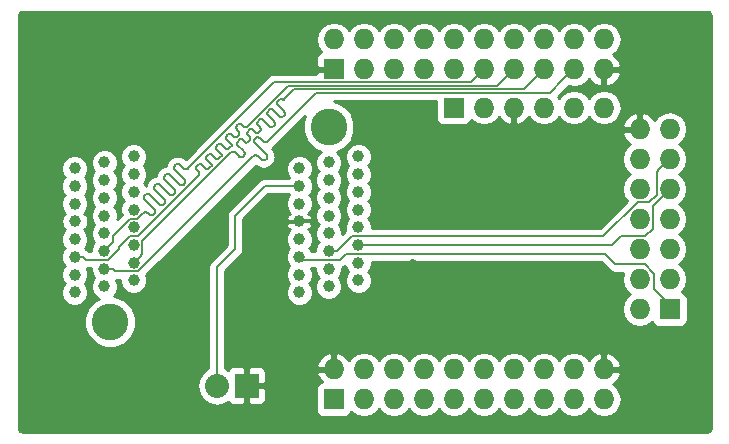
<source format=gtl>
G04 #@! TF.FileFunction,Copper,L1,Top,Signal*
%FSLAX46Y46*%
G04 Gerber Fmt 4.6, Leading zero omitted, Abs format (unit mm)*
G04 Created by KiCad (PCBNEW 4.0.6) date 08/06/17 17:06:55*
%MOMM*%
%LPD*%
G01*
G04 APERTURE LIST*
%ADD10C,0.100000*%
%ADD11C,1.000000*%
%ADD12C,3.100000*%
%ADD13R,1.727200X1.727200*%
%ADD14O,1.727200X1.727200*%
%ADD15R,2.032000X2.032000*%
%ADD16O,2.032000X2.032000*%
%ADD17C,0.685800*%
%ADD18C,0.152400*%
%ADD19C,0.304800*%
%ADD20C,0.203200*%
%ADD21C,0.254000*%
G04 APERTURE END LIST*
D10*
D11*
X140440000Y-100470000D03*
X142940000Y-99970000D03*
X145440000Y-99470000D03*
X140440000Y-98970000D03*
X142940000Y-98470000D03*
X145440000Y-97970000D03*
X140440000Y-97470000D03*
X142940000Y-96970000D03*
X145440000Y-96470000D03*
X140440000Y-95970000D03*
X142940000Y-95470000D03*
X145440000Y-94970000D03*
X140440000Y-94470000D03*
X142940000Y-93970000D03*
X145440000Y-93470000D03*
X140440000Y-92970000D03*
X142940000Y-92470000D03*
X145440000Y-91970000D03*
X140440000Y-91470000D03*
X142940000Y-90970000D03*
X145440000Y-90470000D03*
X140440000Y-89970000D03*
X142940000Y-89470000D03*
X145440000Y-88970000D03*
X126440000Y-88970000D03*
X123940000Y-89470000D03*
X121440000Y-89970000D03*
X126440000Y-90470000D03*
X123940000Y-90970000D03*
X121440000Y-91470000D03*
X126440000Y-91970000D03*
X123940000Y-92470000D03*
X121440000Y-92970000D03*
X126440000Y-93470000D03*
X123940000Y-93970000D03*
X121440000Y-94470000D03*
X126440000Y-94970000D03*
X123940000Y-95470000D03*
X121440000Y-95970000D03*
X126440000Y-96470000D03*
X123940000Y-96970000D03*
X121440000Y-97470000D03*
X126440000Y-97970000D03*
X123940000Y-98470000D03*
X121440000Y-98970000D03*
X126440000Y-99470000D03*
X123940000Y-99970000D03*
X121440000Y-100470000D03*
D12*
X124440000Y-102970000D03*
X142940000Y-86470000D03*
D13*
X143361000Y-109528000D03*
D14*
X143361000Y-106988000D03*
X145901000Y-109528000D03*
X145901000Y-106988000D03*
X148441000Y-109528000D03*
X148441000Y-106988000D03*
X150981000Y-109528000D03*
X150981000Y-106988000D03*
X153521000Y-109528000D03*
X153521000Y-106988000D03*
X156061000Y-109528000D03*
X156061000Y-106988000D03*
X158601000Y-109528000D03*
X158601000Y-106988000D03*
X161141000Y-109528000D03*
X161141000Y-106988000D03*
X163681000Y-109528000D03*
X163681000Y-106988000D03*
X166221000Y-109528000D03*
X166221000Y-106988000D03*
D13*
X171809000Y-101908000D03*
D14*
X169269000Y-101908000D03*
X171809000Y-99368000D03*
X169269000Y-99368000D03*
X171809000Y-96828000D03*
X169269000Y-96828000D03*
X171809000Y-94288000D03*
X169269000Y-94288000D03*
X171809000Y-91748000D03*
X169269000Y-91748000D03*
X171809000Y-89208000D03*
X169269000Y-89208000D03*
X171809000Y-86668000D03*
X169269000Y-86668000D03*
D13*
X153521000Y-84826500D03*
D14*
X156061000Y-84826500D03*
X158601000Y-84826500D03*
X161141000Y-84826500D03*
X163681000Y-84826500D03*
X166221000Y-84826500D03*
D13*
X143361000Y-81588000D03*
D14*
X143361000Y-79048000D03*
X145901000Y-81588000D03*
X145901000Y-79048000D03*
X148441000Y-81588000D03*
X148441000Y-79048000D03*
X150981000Y-81588000D03*
X150981000Y-79048000D03*
X153521000Y-81588000D03*
X153521000Y-79048000D03*
X156061000Y-81588000D03*
X156061000Y-79048000D03*
X158601000Y-81588000D03*
X158601000Y-79048000D03*
X161141000Y-81588000D03*
X161141000Y-79048000D03*
X163681000Y-81588000D03*
X163681000Y-79048000D03*
X166221000Y-81588000D03*
X166221000Y-79048000D03*
D15*
X135995000Y-108385000D03*
D16*
X133455000Y-108385000D03*
D17*
X141600000Y-94500000D03*
X139300000Y-94500000D03*
X150100000Y-93900000D03*
X128800000Y-98600000D03*
X131300000Y-98600000D03*
X150100000Y-98000000D03*
D18*
X171809000Y-101908000D02*
X171809000Y-101509000D01*
X171809000Y-101509000D02*
X170500000Y-100200000D01*
X170500000Y-100200000D02*
X170500000Y-98900000D01*
X170500000Y-98900000D02*
X169700000Y-98100000D01*
X169700000Y-98100000D02*
X167200000Y-98100000D01*
X167200000Y-98100000D02*
X166300000Y-97200000D01*
X166300000Y-97200000D02*
X144400000Y-97200000D01*
X144400000Y-97200000D02*
X143900000Y-97700000D01*
X143900000Y-97700000D02*
X140670000Y-97700000D01*
X140670000Y-97700000D02*
X140440000Y-97470000D01*
X167694201Y-95735799D02*
X166960000Y-96470000D01*
X166960000Y-96470000D02*
X145440000Y-96470000D01*
X171809000Y-91748000D02*
X170361201Y-93195799D01*
X170361201Y-93195799D02*
X170361201Y-95100799D01*
X170361201Y-95100799D02*
X169726201Y-95735799D01*
X169726201Y-95735799D02*
X167694201Y-95735799D01*
X142940000Y-96970000D02*
X143647106Y-96970000D01*
X170716799Y-90300201D02*
X170945401Y-90071599D01*
X143647106Y-96970000D02*
X144875707Y-95741399D01*
X166199143Y-95741399D02*
X169100341Y-92840201D01*
X144875707Y-95741399D02*
X166199143Y-95741399D01*
X169100341Y-92840201D02*
X170081799Y-92840201D01*
X170081799Y-92840201D02*
X170716799Y-92205201D01*
X170716799Y-92205201D02*
X170716799Y-90300201D01*
X170945401Y-90071599D02*
X171809000Y-89208000D01*
D19*
X140440000Y-94470000D02*
X141570000Y-94470000D01*
X141570000Y-94470000D02*
X141600000Y-94500000D01*
X139300000Y-94500000D02*
X140410000Y-94500000D01*
X140410000Y-94500000D02*
X140440000Y-94470000D01*
X141570000Y-94470000D02*
X141600000Y-94500000D01*
X139330000Y-94470000D02*
X139300000Y-94500000D01*
X141600000Y-94500000D02*
X141570000Y-94470000D01*
X141570000Y-94470000D02*
X141600000Y-94500000D01*
X141570000Y-94470000D02*
X141600000Y-94500000D01*
X139330000Y-94470000D02*
X139300000Y-94500000D01*
D18*
X128826299Y-93086321D02*
X128759121Y-93086320D01*
X124668601Y-96241399D02*
X124439999Y-96470001D01*
X127499998Y-92159943D02*
X127439473Y-92189091D01*
X129090824Y-92821795D02*
X129075875Y-92887290D01*
X129861500Y-89996607D02*
X129890647Y-90057133D01*
X156061000Y-81588000D02*
X154968799Y-82680201D01*
X130730784Y-90017362D02*
X130670258Y-89988215D01*
X129084006Y-90958184D02*
X129853369Y-91727547D01*
X128891794Y-93071371D02*
X128826299Y-93086321D01*
X129890647Y-89737914D02*
X129861500Y-89798440D01*
X130863457Y-90032311D02*
X130796278Y-90032311D01*
X154968799Y-82680201D02*
X138308129Y-82680201D01*
X131042000Y-89946330D02*
X130989477Y-89988215D01*
X129395222Y-90462887D02*
X129329728Y-90447939D01*
X127811214Y-92230976D02*
X127758692Y-92189091D01*
X130356797Y-89685392D02*
X130304275Y-89643507D01*
X128580577Y-93000339D02*
X127811214Y-92230976D01*
X129046726Y-92628598D02*
X129075875Y-92689122D01*
X130330157Y-91345168D02*
X130277633Y-91303283D01*
X128242296Y-93603145D02*
X128242296Y-93670323D01*
X138308129Y-82680201D02*
X131042000Y-89946330D01*
X126090271Y-94241399D02*
X124668601Y-95663069D01*
X124668601Y-95663069D02*
X124668601Y-96241399D01*
X124439999Y-96470001D02*
X123940000Y-96970000D01*
X128193592Y-91754189D02*
X128235478Y-91806712D01*
X127336674Y-93693673D02*
X127276148Y-93722821D01*
X129004841Y-93000339D02*
X128952319Y-93042225D01*
X130045581Y-89614359D02*
X129985056Y-89643507D01*
X130989477Y-89988215D02*
X130928951Y-90017362D01*
X130701897Y-90879019D02*
X130743782Y-90931542D01*
X129542154Y-92222844D02*
X129481629Y-92193696D01*
X129932533Y-90109656D02*
X130701897Y-90879019D01*
X130796278Y-90032311D02*
X130730784Y-90017362D01*
X130928951Y-90017362D02*
X130863457Y-90032311D01*
X130243749Y-89614359D02*
X130178255Y-89599411D01*
X128164445Y-91693663D02*
X128193592Y-91754189D01*
X130670258Y-89988215D02*
X130617735Y-89946330D01*
X130772931Y-90992066D02*
X130787880Y-91057561D01*
X128242296Y-93670323D02*
X128227347Y-93735818D01*
X128227347Y-93537650D02*
X128242296Y-93603145D01*
X130649375Y-91345169D02*
X130588850Y-91374315D01*
X130523355Y-91389265D02*
X130456177Y-91389264D01*
X128103791Y-93890753D02*
X128043266Y-93919899D01*
X130743783Y-91250760D02*
X130701897Y-91303283D01*
X129985056Y-89643507D02*
X129932533Y-89685392D01*
X127386950Y-92230976D02*
X127345064Y-92283498D01*
X130617735Y-89946330D02*
X130356797Y-89685392D01*
X129895255Y-92099288D02*
X129853369Y-92151811D01*
X130787880Y-91057561D02*
X130787880Y-91124739D01*
X130390682Y-91374316D02*
X130330157Y-91345168D01*
X129090824Y-92754617D02*
X129090824Y-92821795D01*
X130178255Y-89599411D02*
X130111076Y-89599411D01*
X130304275Y-89643507D02*
X130243749Y-89614359D01*
X129924403Y-91840594D02*
X129939352Y-91906089D01*
X130111076Y-89599411D02*
X130045581Y-89614359D01*
X128546694Y-91311415D02*
X128481200Y-91296467D01*
X128998024Y-90779641D02*
X129012973Y-90845135D01*
X127315917Y-92542191D02*
X127345064Y-92602717D01*
X130772931Y-91190234D02*
X130743783Y-91250760D01*
X129932533Y-89685392D02*
X129890647Y-89737914D01*
X127910593Y-93934848D02*
X127845098Y-93919900D01*
X129861500Y-89798440D02*
X129846551Y-89863934D01*
X129890647Y-90057133D02*
X129932533Y-90109656D01*
X129429105Y-92151811D02*
X128659742Y-91382448D01*
X129846551Y-89863934D02*
X129846551Y-89931113D01*
X129939352Y-91906089D02*
X129939352Y-91973267D01*
X128288001Y-91340563D02*
X128235478Y-91382448D01*
X129846551Y-89931113D02*
X129861500Y-89996607D01*
X127732049Y-93848867D02*
X127647889Y-93764707D01*
X128193592Y-91434970D02*
X128164445Y-91495496D01*
X130701897Y-91303283D02*
X130649375Y-91345169D01*
X127534842Y-93693673D02*
X127469347Y-93678724D01*
X130743782Y-90931542D02*
X130772931Y-90992066D01*
X130787880Y-91124739D02*
X130772931Y-91190234D01*
X129012973Y-90646968D02*
X128998024Y-90712462D01*
X130588850Y-91374315D02*
X130523355Y-91389265D01*
X127784573Y-93890752D02*
X127732049Y-93848867D01*
X129853369Y-92151811D02*
X129800847Y-92193697D01*
X129075875Y-92887290D02*
X129046727Y-92947816D01*
X129329728Y-90447939D02*
X129262549Y-90447939D01*
X130456177Y-91389264D02*
X130390682Y-91374316D01*
X130277633Y-91303283D02*
X129508270Y-90533920D01*
X128693626Y-93071372D02*
X128633101Y-93042224D01*
X129075875Y-92689122D02*
X129090824Y-92754617D01*
X128227347Y-93735818D02*
X128198199Y-93796344D01*
X129508270Y-90533920D02*
X129455748Y-90492035D01*
X129455748Y-90492035D02*
X129395222Y-90462887D01*
X129262549Y-90447939D02*
X129197054Y-90462887D01*
X129042120Y-90905661D02*
X129084006Y-90958184D01*
X129197054Y-90462887D02*
X129136529Y-90492035D01*
X127300968Y-92409518D02*
X127300968Y-92476697D01*
X129136529Y-90492035D02*
X129084006Y-90533920D01*
X129674827Y-92237793D02*
X129607649Y-92237792D01*
X129084006Y-90533920D02*
X129042120Y-90586442D01*
X129042120Y-90586442D02*
X129012973Y-90646968D01*
X127977771Y-93934849D02*
X127910593Y-93934848D01*
X128998024Y-90712462D02*
X128998024Y-90779641D01*
X129012973Y-90845135D02*
X129042120Y-90905661D01*
X129853369Y-91727547D02*
X129895254Y-91780070D01*
X129895254Y-91780070D02*
X129924403Y-91840594D01*
X129939352Y-91973267D02*
X129924403Y-92038762D01*
X129924403Y-92038762D02*
X129895255Y-92099288D01*
X129800847Y-92193697D02*
X129740322Y-92222843D01*
X127758692Y-92189091D02*
X127698166Y-92159943D01*
X129740322Y-92222843D02*
X129674827Y-92237793D01*
X128164445Y-91495496D02*
X128149496Y-91560990D01*
X129607649Y-92237792D02*
X129542154Y-92222844D01*
X128156313Y-93424603D02*
X128198198Y-93477126D01*
X129481629Y-92193696D02*
X129429105Y-92151811D01*
X128659742Y-91382448D02*
X128607220Y-91340563D01*
X128607220Y-91340563D02*
X128546694Y-91311415D01*
X128481200Y-91296467D02*
X128414021Y-91296467D01*
X128414021Y-91296467D02*
X128348526Y-91311415D01*
X128043266Y-93919899D02*
X127977771Y-93934849D01*
X128348526Y-91311415D02*
X128288001Y-91340563D01*
X128235478Y-91382448D02*
X128193592Y-91434970D01*
X127300968Y-92476697D02*
X127315917Y-92542191D01*
X128149496Y-91560990D02*
X128149496Y-91628169D01*
X128149496Y-91628169D02*
X128164445Y-91693663D01*
X127345064Y-92283498D02*
X127315917Y-92344024D01*
X128235478Y-91806712D02*
X129004841Y-92576075D01*
X129004841Y-92576075D02*
X129046726Y-92628598D01*
X129046727Y-92947816D02*
X129004841Y-93000339D01*
X127386950Y-92655240D02*
X128156313Y-93424603D01*
X128952319Y-93042225D02*
X128891794Y-93071371D01*
X127632672Y-92144995D02*
X127565493Y-92144995D01*
X128759121Y-93086320D02*
X128693626Y-93071372D01*
X128633101Y-93042224D02*
X128580577Y-93000339D01*
X127698166Y-92159943D02*
X127632672Y-92144995D01*
X127565493Y-92144995D02*
X127499998Y-92159943D01*
X127439473Y-92189091D02*
X127386950Y-92230976D01*
X127402169Y-93678724D02*
X127336674Y-93693673D01*
X127315917Y-92344024D02*
X127300968Y-92409518D01*
X127345064Y-92602717D02*
X127386950Y-92655240D01*
X127469347Y-93678724D02*
X127402169Y-93678724D01*
X128198198Y-93477126D02*
X128227347Y-93537650D01*
X128198199Y-93796344D02*
X128156313Y-93848867D01*
X128156313Y-93848867D02*
X128103791Y-93890753D01*
X127647889Y-93764707D02*
X127595368Y-93722821D01*
X127845098Y-93919900D02*
X127784573Y-93890752D01*
X127595368Y-93722821D02*
X127534842Y-93693673D01*
X127276148Y-93722821D02*
X127223625Y-93764707D01*
X127223625Y-93764707D02*
X126746931Y-94241399D01*
X126746931Y-94241399D02*
X126090271Y-94241399D01*
X125200000Y-96631670D02*
X125200000Y-96788330D01*
X122147106Y-97470000D02*
X121440000Y-97470000D01*
X124289729Y-97698601D02*
X122375707Y-97698601D01*
X126133069Y-95698601D02*
X125200000Y-96631670D01*
X131879362Y-90608966D02*
X131242956Y-91245374D01*
X131950395Y-90495917D02*
X131921247Y-90556443D01*
X131950395Y-90297750D02*
X131965343Y-90363244D01*
X131921247Y-90237224D02*
X131950395Y-90297750D01*
X131812177Y-90117517D02*
X131879362Y-90184702D01*
X131770291Y-90064994D02*
X131812177Y-90117517D01*
X131741144Y-90004468D02*
X131770291Y-90064994D01*
X131741144Y-89806301D02*
X131726195Y-89871795D01*
X131812177Y-89693253D02*
X131770291Y-89745775D01*
X131864700Y-89651368D02*
X131812177Y-89693253D01*
X126789729Y-95698601D02*
X126133069Y-95698601D01*
X131925226Y-89622220D02*
X131864700Y-89651368D01*
X131990720Y-89607272D02*
X131925226Y-89622220D01*
X132057899Y-89607272D02*
X131990720Y-89607272D01*
X132123393Y-89622220D02*
X132057899Y-89607272D01*
X132183919Y-89651368D02*
X132123393Y-89622220D01*
X132236441Y-89693253D02*
X132183919Y-89651368D01*
X132584707Y-90041520D02*
X132236441Y-89693253D01*
X132601777Y-90055135D02*
X132584707Y-90041520D01*
X132621450Y-90064608D02*
X132601777Y-90055135D01*
X132664573Y-90069466D02*
X132642737Y-90069467D01*
X132685860Y-90064607D02*
X132664573Y-90069466D01*
X132705531Y-90055135D02*
X132685860Y-90064607D01*
X133036916Y-89697122D02*
X133032059Y-89718408D01*
X131965343Y-90430423D02*
X131950395Y-90495917D01*
X133032058Y-89654000D02*
X133036917Y-89675286D01*
X133022585Y-89634326D02*
X133032058Y-89654000D01*
X132660704Y-89268990D02*
X133008970Y-89617256D01*
X132589671Y-89155941D02*
X132618818Y-89216467D01*
X132660704Y-88844726D02*
X132618818Y-88897248D01*
X132713227Y-88802841D02*
X132660704Y-88844726D01*
X132839247Y-88758745D02*
X132773753Y-88773693D01*
X132589671Y-88957774D02*
X132574722Y-89023268D01*
X131242956Y-91245374D02*
X126789729Y-95698601D01*
X132906426Y-88758745D02*
X132839247Y-88758745D01*
X133513100Y-89220939D02*
X133491264Y-89220940D01*
X133534387Y-89216080D02*
X133513100Y-89220939D01*
X133554058Y-89206608D02*
X133534387Y-89216080D01*
X132618818Y-89216467D02*
X132660704Y-89268990D01*
X133880586Y-88869881D02*
X133871112Y-88889553D01*
X131921247Y-90556443D02*
X131879362Y-90608966D01*
X133880585Y-88805473D02*
X133885444Y-88826759D01*
X133857497Y-88768729D02*
X133871112Y-88785799D01*
X133509231Y-88420463D02*
X133857497Y-88768729D01*
X133438198Y-88307414D02*
X133467345Y-88367940D01*
X133423249Y-88241920D02*
X133438198Y-88307414D01*
X133433234Y-89192993D02*
X133084968Y-88844726D01*
X133423249Y-88174741D02*
X133423249Y-88241920D01*
X133438198Y-88109247D02*
X133423249Y-88174741D01*
X133450304Y-89206608D02*
X133433234Y-89192993D01*
X133032059Y-89718408D02*
X133022585Y-89738080D01*
X122375707Y-97698601D02*
X122147106Y-97470000D01*
X133561754Y-87954314D02*
X133509231Y-87996199D01*
X133687774Y-87910218D02*
X133622280Y-87925166D01*
X133571130Y-89192993D02*
X133554058Y-89206608D01*
X134339791Y-88372413D02*
X134318504Y-88367554D01*
X133491264Y-89220940D02*
X133469977Y-89216081D01*
X133084968Y-88844726D02*
X133032446Y-88802841D01*
X134361627Y-88372412D02*
X134339791Y-88372413D01*
X134318504Y-88367554D02*
X134298831Y-88358081D01*
X134402585Y-88358081D02*
X134382914Y-88367553D01*
X133032446Y-88802841D02*
X132971920Y-88773693D01*
X134419657Y-88344466D02*
X134402585Y-88358081D01*
X134733971Y-87978232D02*
X134733970Y-88000068D01*
X134706024Y-87920202D02*
X134719639Y-87937272D01*
X134271775Y-87393393D02*
X134286724Y-87458887D01*
X134286724Y-87260720D02*
X134271775Y-87326214D01*
X134470806Y-87076639D02*
X134410280Y-87105787D01*
X132722603Y-90041520D02*
X132705531Y-90055135D01*
X134668973Y-87076639D02*
X134603479Y-87061691D01*
X133467345Y-88367940D02*
X133509231Y-88420463D01*
X132618818Y-88897248D02*
X132589671Y-88957774D01*
X134729499Y-87105787D02*
X134668973Y-87076639D01*
X134729113Y-88021354D02*
X134719639Y-88041026D01*
X133467345Y-88048721D02*
X133438198Y-88109247D01*
X131879362Y-90184702D02*
X131921247Y-90237224D01*
X134603479Y-87061691D02*
X134536300Y-87061691D01*
X134782021Y-87147672D02*
X134729499Y-87105787D01*
X135094929Y-87300839D02*
X135027750Y-87300839D01*
X133622280Y-87925166D02*
X133561754Y-87954314D01*
X134281761Y-88344466D02*
X133933495Y-87996199D01*
X135273472Y-87214858D02*
X135220949Y-87256743D01*
X133933495Y-87996199D02*
X133880973Y-87954314D01*
X135315355Y-87162334D02*
X135273471Y-87214858D01*
X134536300Y-87061691D02*
X134470806Y-87076639D01*
X135273470Y-86790593D02*
X135315355Y-86843115D01*
X133885443Y-88848595D02*
X133880586Y-88869881D01*
X134719639Y-87937272D02*
X134729112Y-87956946D01*
X135344503Y-86903641D02*
X135359451Y-86969135D01*
X132574722Y-89023268D02*
X132574722Y-89090447D01*
X133509231Y-87996199D02*
X133467345Y-88048721D01*
X135206285Y-86723408D02*
X135273470Y-86790593D01*
X135315355Y-86843115D02*
X135344503Y-86903641D01*
X133036917Y-89675286D02*
X133036916Y-89697122D01*
X133871112Y-88889553D02*
X133857497Y-88906625D01*
X135164399Y-86670885D02*
X135206285Y-86723408D01*
X135135252Y-86610359D02*
X135164399Y-86670885D01*
X135164399Y-86351666D02*
X135135252Y-86412192D01*
X135359451Y-87036314D02*
X135344503Y-87101808D01*
X133754953Y-87910218D02*
X133687774Y-87910218D01*
X135135252Y-86412192D02*
X135120303Y-86477686D01*
X133885444Y-88826759D02*
X133885443Y-88848595D01*
X135027750Y-87300839D02*
X134962256Y-87285890D01*
X135206285Y-86299144D02*
X135164399Y-86351666D01*
X134315871Y-87200194D02*
X134286724Y-87260720D01*
X135258808Y-86257259D02*
X135206285Y-86299144D01*
X135344503Y-87101808D02*
X135315355Y-87162334D01*
X134357757Y-87571936D02*
X134706024Y-87920202D01*
X134962256Y-87285890D02*
X134901730Y-87256743D01*
X135319334Y-86228111D02*
X135258808Y-86257259D01*
X133469977Y-89216081D02*
X133450304Y-89206608D01*
X135517501Y-86228111D02*
X135452007Y-86213163D01*
X133008970Y-89617256D02*
X133022585Y-89634326D01*
X131726195Y-89871795D02*
X131726195Y-89938974D01*
X135630549Y-86299144D02*
X135578027Y-86257259D01*
X134733970Y-88000068D02*
X134729113Y-88021354D01*
X132971920Y-88773693D02*
X132906426Y-88758745D01*
X134706024Y-88058098D02*
X134419657Y-88344466D01*
X131726195Y-89938974D02*
X131741144Y-90004468D01*
X135697735Y-86366330D02*
X135630549Y-86299144D01*
X134719639Y-88041026D02*
X134706024Y-88058098D01*
X133871112Y-88785799D02*
X133880585Y-88805473D01*
X135810784Y-86437362D02*
X135750258Y-86408215D01*
X135452007Y-86213163D02*
X135384828Y-86213163D01*
X135578027Y-86257259D02*
X135517501Y-86228111D01*
X135160423Y-87285890D02*
X135094929Y-87300839D01*
X131965343Y-90363244D02*
X131965343Y-90430423D01*
X131770291Y-89745775D02*
X131741144Y-89806301D01*
X132574722Y-89090447D02*
X132589671Y-89155941D01*
X134849207Y-87214858D02*
X134782021Y-87147672D01*
X135876278Y-86452311D02*
X135810784Y-86437362D01*
X132642737Y-90069467D02*
X132621450Y-90064608D01*
X135273471Y-87214858D02*
X135273472Y-87214858D01*
X133022585Y-89738080D02*
X133008970Y-89755152D01*
X135120303Y-86544865D02*
X135135252Y-86610359D01*
X134298831Y-88358081D02*
X134281761Y-88344466D01*
X135359451Y-86969135D02*
X135359451Y-87036314D01*
X134315871Y-87519413D02*
X134357757Y-87571936D01*
X135943457Y-86452311D02*
X135876278Y-86452311D01*
X134271775Y-87326214D02*
X134271775Y-87393393D01*
X136008951Y-86437362D02*
X135943457Y-86452311D01*
X136122000Y-86366330D02*
X136069477Y-86408215D01*
X134729112Y-87956946D02*
X134733971Y-87978232D01*
X135750258Y-86408215D02*
X135697735Y-86366330D01*
X134357757Y-87147672D02*
X134315871Y-87200194D01*
X136069477Y-86408215D02*
X136008951Y-86437362D01*
X132773753Y-88773693D02*
X132713227Y-88802841D01*
X134286724Y-87458887D02*
X134315871Y-87519413D01*
X135220949Y-87256743D02*
X135160423Y-87285890D01*
X134410280Y-87105787D02*
X134357757Y-87147672D01*
X134901730Y-87256743D02*
X134849207Y-87214858D01*
X135120303Y-86477686D02*
X135120303Y-86544865D01*
X133880973Y-87954314D02*
X133820447Y-87925166D01*
X133857497Y-88906625D02*
X133571130Y-89192993D01*
X139503319Y-82985011D02*
X136122000Y-86366330D01*
X157203989Y-82985011D02*
X139503319Y-82985011D01*
X133820447Y-87925166D02*
X133754953Y-87910218D01*
X135384828Y-86213163D02*
X135319334Y-86228111D01*
X158601000Y-81588000D02*
X157203989Y-82985011D01*
X133008970Y-89755152D02*
X132722603Y-90041520D01*
X134382914Y-88367553D02*
X134361627Y-88372412D01*
X125200000Y-96788330D02*
X124289729Y-97698601D01*
X161141000Y-81588000D02*
X159439179Y-83289821D01*
X159439179Y-83289821D02*
X140008179Y-83289821D01*
X138970557Y-84101633D02*
X138946247Y-84096084D01*
X136017475Y-86969510D02*
X136006656Y-86991976D01*
X138657347Y-84640653D02*
X139133026Y-85116332D01*
X135738916Y-88510442D02*
X135780802Y-88562963D01*
X140008179Y-83289821D02*
X139170000Y-84128000D01*
X135566798Y-87505392D02*
X135542488Y-87499843D01*
X126939999Y-97470001D02*
X126440000Y-97970000D01*
X139170000Y-84128000D02*
X139150504Y-84143547D01*
X139150504Y-84143547D02*
X139128038Y-84154366D01*
X135184495Y-87956022D02*
X135738916Y-88510442D01*
X138016358Y-84970629D02*
X137996862Y-84986176D01*
X137714530Y-85390944D02*
X137730077Y-85410440D01*
X136243538Y-87318010D02*
X136269556Y-87350636D01*
X135930183Y-87795684D02*
X135889499Y-87786398D01*
X139054481Y-84154366D02*
X139032015Y-84143547D01*
X138874534Y-84112452D02*
X138855039Y-84127999D01*
X136269556Y-87350636D02*
X136287664Y-87388233D01*
X136866002Y-86120983D02*
X136855183Y-86143449D01*
X137286318Y-85819157D02*
X137263852Y-85808338D01*
X138556339Y-84461055D02*
X138556339Y-84485990D01*
X139128038Y-84154366D02*
X139103727Y-84159914D01*
X139133026Y-85540596D02*
X139080504Y-85582482D01*
X135686394Y-88976592D02*
X135625869Y-89005738D01*
X138370481Y-86210580D02*
X138355532Y-86276075D01*
X135971913Y-87795684D02*
X135930183Y-87795684D01*
X139103727Y-84159914D02*
X139078792Y-84159914D01*
X135824899Y-88688984D02*
X135824899Y-88756162D01*
X139133026Y-85116332D02*
X139174912Y-85168853D01*
X136006656Y-86991976D02*
X136001107Y-87016287D01*
X138921311Y-84096084D02*
X138897001Y-84101633D01*
X138284498Y-85964860D02*
X138326384Y-86017381D01*
X139032015Y-84143547D02*
X138993023Y-84112452D01*
X139078792Y-84159914D02*
X139054481Y-84154366D01*
X138355532Y-86077907D02*
X138370481Y-86143402D01*
X138993023Y-84112452D02*
X138970557Y-84101633D01*
X136792222Y-86985066D02*
X136744536Y-86962102D01*
X139204060Y-85427547D02*
X139174912Y-85488073D01*
X137996862Y-84986176D02*
X137730077Y-85252960D01*
X138946247Y-84096084D02*
X138921311Y-84096084D01*
X138897001Y-84101633D02*
X138874534Y-84112452D01*
X135152580Y-87864814D02*
X135152580Y-87889749D01*
X139174912Y-85168853D02*
X139204060Y-85229379D01*
X139219009Y-85294874D02*
X139219009Y-85362052D01*
X135809950Y-88821657D02*
X135780802Y-88882183D01*
X138088070Y-84954261D02*
X138063134Y-84954261D01*
X138855039Y-84127999D02*
X138588254Y-84394783D01*
X138588254Y-84394783D02*
X138572707Y-84414278D01*
X135367176Y-88976591D02*
X135314652Y-88934706D01*
X138231976Y-86431010D02*
X138171451Y-86460156D01*
X138561888Y-84436744D02*
X138556339Y-84461055D01*
X138038824Y-84959810D02*
X138016358Y-84970629D01*
X138572707Y-84414278D02*
X138561888Y-84436744D01*
X136006656Y-87065533D02*
X136017475Y-87087999D01*
X136843822Y-86996843D02*
X136792222Y-86985066D01*
X138666994Y-84631003D02*
X138657347Y-84640653D01*
X138761286Y-85582481D02*
X138708762Y-85540596D01*
X138556339Y-84485990D02*
X138561888Y-84510301D01*
X138561888Y-84510301D02*
X138572707Y-84532767D01*
X136437791Y-86667684D02*
X136415325Y-86656865D01*
X139219009Y-85362052D02*
X139204060Y-85427547D01*
X134872564Y-88585177D02*
X134805386Y-88585177D01*
X137730077Y-85252960D02*
X137714530Y-85272455D01*
X137127420Y-86504838D02*
X137160420Y-86546218D01*
X138572707Y-84532767D02*
X138588254Y-84552263D01*
X138171451Y-86460156D02*
X138105956Y-86475106D01*
X135051106Y-88671160D02*
X134998585Y-88629274D01*
X137730077Y-85410440D02*
X138284498Y-85964860D01*
X135589264Y-87516211D02*
X135566798Y-87505392D01*
X138588254Y-84552263D02*
X138666994Y-84631003D01*
X138326384Y-86017381D02*
X138355532Y-86077907D01*
X138105956Y-86475106D02*
X138038778Y-86475105D01*
X135168948Y-87818037D02*
X135158129Y-87840503D01*
X134626842Y-88671160D02*
X134190341Y-89107659D01*
X136391015Y-86651316D02*
X136366079Y-86651316D01*
X138154342Y-84986176D02*
X138134846Y-84970629D01*
X138370481Y-86143402D02*
X138370481Y-86210580D01*
X137183384Y-86593904D02*
X137195161Y-86645503D01*
X139204060Y-85229379D02*
X139219009Y-85294874D01*
X139174912Y-85488073D02*
X139133026Y-85540596D01*
X136001107Y-87016287D02*
X136001107Y-87041222D01*
X138063134Y-84954261D02*
X138038824Y-84959810D01*
X137714530Y-85272455D02*
X137703711Y-85294921D01*
X139080504Y-85582482D02*
X139019979Y-85611628D01*
X139019979Y-85611628D02*
X138954484Y-85626578D01*
X136341769Y-86656865D02*
X136319303Y-86667684D01*
X137190296Y-85808338D02*
X137167830Y-85819157D01*
X138954484Y-85626578D02*
X138887306Y-85626577D01*
X136366079Y-86651316D02*
X136341769Y-86656865D01*
X137698162Y-85344167D02*
X137703711Y-85368478D01*
X138887306Y-85626577D02*
X138821811Y-85611629D01*
X138821811Y-85611629D02*
X138761286Y-85582481D01*
X138134846Y-84970629D02*
X138112380Y-84959810D01*
X136849634Y-86167760D02*
X136849634Y-86192695D01*
X138708762Y-85540596D02*
X138154342Y-84986176D01*
X135168948Y-87936526D02*
X135184495Y-87956022D01*
X137239542Y-85802789D02*
X137214606Y-85802789D01*
X138112380Y-84959810D02*
X138088070Y-84954261D01*
X137214606Y-85802789D02*
X137190296Y-85808338D01*
X137703711Y-85294921D02*
X137698162Y-85319232D01*
X138284498Y-86389124D02*
X138231976Y-86431010D01*
X137698162Y-85319232D02*
X137698162Y-85344167D01*
X134998585Y-88629274D02*
X134938059Y-88600126D01*
X136033022Y-86950015D02*
X136017475Y-86969510D01*
X135517552Y-87499843D02*
X135493242Y-87505392D01*
X137703711Y-85368478D02*
X137714530Y-85390944D01*
X137167830Y-85819157D02*
X137148334Y-85834704D01*
X138355532Y-86276075D02*
X138326384Y-86336601D01*
X135470776Y-87516211D02*
X135451280Y-87531758D01*
X136033022Y-87107495D02*
X136243538Y-87318010D01*
X137860234Y-86389124D02*
X137305814Y-85834704D01*
X138326384Y-86336601D02*
X138284498Y-86389124D01*
X134805386Y-88585177D02*
X134739891Y-88600126D01*
X138038778Y-86475105D02*
X137973283Y-86460157D01*
X136243538Y-87581556D02*
X136082821Y-87742274D01*
X137263852Y-85808338D02*
X137239542Y-85802789D01*
X137973283Y-86460157D02*
X137912758Y-86431009D01*
X136299807Y-86683231D02*
X136033022Y-86950015D01*
X137305814Y-85834704D02*
X137286318Y-85819157D01*
X137912758Y-86431009D02*
X137860234Y-86389124D01*
X137148334Y-85834704D02*
X136881549Y-86101488D01*
X136881549Y-86101488D02*
X136866002Y-86120983D01*
X137160421Y-86797714D02*
X137127421Y-86839094D01*
X136855183Y-86143449D02*
X136849634Y-86167760D01*
X136849634Y-86192695D02*
X136855183Y-86217006D01*
X134679365Y-88629274D02*
X134626842Y-88671160D01*
X136855183Y-86217006D02*
X136866002Y-86239472D01*
X136866002Y-86239472D02*
X136881549Y-86258968D01*
X136881549Y-86258968D02*
X137127420Y-86504838D01*
X137160420Y-86546218D02*
X137183384Y-86593904D01*
X137195161Y-86645503D02*
X137195162Y-86698429D01*
X137195162Y-86698429D02*
X137183384Y-86750030D01*
X137183384Y-86750030D02*
X137160421Y-86797714D01*
X136948348Y-86985066D02*
X136896748Y-86996844D01*
X137127421Y-86839094D02*
X137037413Y-86929103D01*
X137037413Y-86929103D02*
X136996034Y-86962101D01*
X136996034Y-86962101D02*
X136948348Y-86985066D01*
X136896748Y-86996844D02*
X136843822Y-86996843D01*
X136744536Y-86962102D02*
X136703157Y-86929102D01*
X136457287Y-86683231D02*
X136437791Y-86667684D01*
X136703157Y-86929102D02*
X136457287Y-86683231D01*
X136415325Y-86656865D02*
X136391015Y-86651316D01*
X127168601Y-97241399D02*
X126939999Y-97470001D01*
X136319303Y-86667684D02*
X136299807Y-86683231D01*
X136001107Y-87041222D02*
X136006656Y-87065533D01*
X135851901Y-87768292D02*
X135819275Y-87742274D01*
X136017475Y-87087999D02*
X136033022Y-87107495D01*
X136287664Y-87388233D02*
X136296948Y-87428918D01*
X136296948Y-87428918D02*
X136296948Y-87470648D01*
X135158129Y-87914060D02*
X135168948Y-87936526D01*
X136296948Y-87470648D02*
X136287664Y-87511331D01*
X136287664Y-87511331D02*
X136269556Y-87548930D01*
X136269556Y-87548930D02*
X136243538Y-87581556D01*
X136082821Y-87742274D02*
X136050195Y-87768292D01*
X136050195Y-87768292D02*
X136012597Y-87786398D01*
X136012597Y-87786398D02*
X135971913Y-87795684D01*
X135889499Y-87786398D02*
X135851901Y-87768292D01*
X135819275Y-87742274D02*
X135608760Y-87531758D01*
X135427701Y-89005739D02*
X135367176Y-88976591D01*
X135608760Y-87531758D02*
X135589264Y-87516211D01*
X135542488Y-87499843D02*
X135517552Y-87499843D01*
X135493242Y-87505392D02*
X135470776Y-87516211D01*
X135451280Y-87531758D02*
X135184495Y-87798542D01*
X135184495Y-87798542D02*
X135168948Y-87818037D01*
X135158129Y-87840503D02*
X135152580Y-87864814D01*
X135152580Y-87889749D02*
X135158129Y-87914060D01*
X135780802Y-88562963D02*
X135809950Y-88623489D01*
X127168601Y-96129399D02*
X127168601Y-97241399D01*
X135809950Y-88623489D02*
X135824899Y-88688984D01*
X135824899Y-88756162D02*
X135809950Y-88821657D01*
X135780802Y-88882183D02*
X135738916Y-88934706D01*
X135738916Y-88934706D02*
X135686394Y-88976592D01*
X135625869Y-89005738D02*
X135560374Y-89020688D01*
X135560374Y-89020688D02*
X135493196Y-89020687D01*
X135493196Y-89020687D02*
X135427701Y-89005739D01*
X135314652Y-88934706D02*
X135051106Y-88671160D01*
X134938059Y-88600126D02*
X134872564Y-88585177D01*
X134739891Y-88600126D02*
X134679365Y-88629274D01*
X134190341Y-89107659D02*
X127168601Y-96129399D01*
X123940000Y-98470000D02*
X124647106Y-98470000D01*
X137711168Y-89098229D02*
X137726117Y-89032735D01*
X124647106Y-98470000D02*
X124875707Y-98698601D01*
X136712872Y-88868018D02*
X136780051Y-88868018D01*
X136701316Y-87848194D02*
X136659431Y-87795671D01*
X136701316Y-87423930D02*
X136753839Y-87382045D01*
X136615333Y-87669652D02*
X136615334Y-87602472D01*
X124875707Y-98698601D02*
X126789729Y-98698601D01*
X126789729Y-98698601D02*
X136534330Y-88954000D01*
X137726117Y-88965556D02*
X137711168Y-88900062D01*
X136534330Y-88954000D02*
X136586852Y-88912114D01*
X137640136Y-89211278D02*
X137682021Y-89158755D01*
X161674370Y-83594630D02*
X162817401Y-82451599D01*
X136906071Y-88912114D02*
X136958594Y-88954000D01*
X136780051Y-88868018D02*
X136845545Y-88882967D01*
X137394415Y-89297260D02*
X137461594Y-89297260D01*
X136586852Y-88912114D02*
X136647378Y-88882967D01*
X136659430Y-87476453D02*
X136701316Y-87423930D01*
X137561403Y-87767191D02*
X137628581Y-87767192D01*
X136647378Y-88882967D02*
X136712872Y-88868018D01*
X137328920Y-89282311D02*
X137394415Y-89297260D01*
X136615334Y-87602472D02*
X136630282Y-87536979D01*
X136659431Y-87795671D02*
X136630283Y-87735145D01*
X137461594Y-89297260D02*
X137527088Y-89282311D01*
X136845545Y-88882967D02*
X136906071Y-88912114D01*
X136958594Y-88954000D02*
X137215872Y-89211278D01*
X136753839Y-87382045D02*
X136814364Y-87352899D01*
X137215872Y-89211278D02*
X137268395Y-89253163D01*
X137268395Y-89253163D02*
X137328920Y-89282311D01*
X137527088Y-89282311D02*
X137587614Y-89253163D01*
X137587614Y-89253163D02*
X137640136Y-89211278D01*
X137073057Y-87382046D02*
X137125580Y-87423931D01*
X137682021Y-89158755D02*
X137711168Y-89098229D01*
X136879859Y-87337949D02*
X136947037Y-87337950D01*
X137726117Y-89032735D02*
X137726117Y-88965556D01*
X137711168Y-88900062D02*
X137682021Y-88839536D01*
X137682021Y-88839536D02*
X137640136Y-88787013D01*
X137640136Y-88787013D02*
X136701316Y-87848194D01*
X137435382Y-87723095D02*
X137495908Y-87752242D01*
X136630283Y-87735145D02*
X136615333Y-87669652D01*
X137754602Y-87723094D02*
X137807123Y-87681210D01*
X136630282Y-87536979D02*
X136659430Y-87476453D01*
X136814364Y-87352899D02*
X136879859Y-87337949D01*
X136947037Y-87337950D02*
X137012532Y-87352898D01*
X137012532Y-87352898D02*
X137073057Y-87382046D01*
X137125580Y-87423931D02*
X137382859Y-87681210D01*
X137807123Y-87681210D02*
X138222834Y-87265496D01*
X137382859Y-87681210D02*
X137435382Y-87723095D01*
X137495908Y-87752242D02*
X137561403Y-87767191D01*
X137628581Y-87767192D02*
X137694076Y-87752242D01*
X137694076Y-87752242D02*
X137754602Y-87723094D01*
X138222834Y-87265496D02*
X141893700Y-83594630D01*
X141893700Y-83594630D02*
X161674370Y-83594630D01*
X162817401Y-82451599D02*
X163681000Y-81588000D01*
X133455000Y-108385000D02*
X133455000Y-98345000D01*
X137530000Y-91470000D02*
X140440000Y-91470000D01*
X135000000Y-94000000D02*
X137530000Y-91470000D01*
X135000000Y-96800000D02*
X135000000Y-94000000D01*
X133455000Y-98345000D02*
X135000000Y-96800000D01*
D20*
X140440000Y-91470000D02*
X140430000Y-91470000D01*
D21*
G36*
X175105655Y-76744926D02*
X175195225Y-76804774D01*
X175255074Y-76894345D01*
X175290000Y-77069930D01*
X175290000Y-111930070D01*
X175255074Y-112105655D01*
X175195225Y-112195226D01*
X175105655Y-112255074D01*
X174930070Y-112290000D01*
X117069930Y-112290000D01*
X116894345Y-112255074D01*
X116804774Y-112195225D01*
X116744926Y-112105655D01*
X116710000Y-111930070D01*
X116710000Y-94324972D01*
X120291888Y-94324972D01*
X120323783Y-94775375D01*
X120434783Y-95043352D01*
X120649893Y-95080499D01*
X120533666Y-95196726D01*
X120570846Y-95233906D01*
X120478355Y-95326235D01*
X120305197Y-95743244D01*
X120304803Y-96194775D01*
X120477233Y-96612086D01*
X120584867Y-96719908D01*
X120478355Y-96826235D01*
X120305197Y-97243244D01*
X120304803Y-97694775D01*
X120477233Y-98112086D01*
X120584867Y-98219908D01*
X120478355Y-98326235D01*
X120305197Y-98743244D01*
X120304803Y-99194775D01*
X120477233Y-99612086D01*
X120584867Y-99719908D01*
X120478355Y-99826235D01*
X120305197Y-100243244D01*
X120304803Y-100694775D01*
X120477233Y-101112086D01*
X120796235Y-101431645D01*
X121213244Y-101604803D01*
X121664775Y-101605197D01*
X122082086Y-101432767D01*
X122401645Y-101113765D01*
X122574803Y-100696756D01*
X122575197Y-100245225D01*
X122402767Y-99827914D01*
X122295133Y-99720092D01*
X122401645Y-99613765D01*
X122574803Y-99196756D01*
X122575197Y-98745225D01*
X122436602Y-98409801D01*
X122805052Y-98409801D01*
X122804803Y-98694775D01*
X122977233Y-99112086D01*
X123084867Y-99219908D01*
X122978355Y-99326235D01*
X122805197Y-99743244D01*
X122804803Y-100194775D01*
X122977233Y-100612086D01*
X123296235Y-100931645D01*
X123473408Y-101005214D01*
X123203914Y-101116567D01*
X122588727Y-101730681D01*
X122255380Y-102533470D01*
X122254621Y-103402717D01*
X122586567Y-104206086D01*
X123200681Y-104821273D01*
X124003470Y-105154620D01*
X124872717Y-105155379D01*
X125676086Y-104823433D01*
X126291273Y-104209319D01*
X126624620Y-103406530D01*
X126625379Y-102537283D01*
X126293433Y-101733914D01*
X125679319Y-101118727D01*
X124876530Y-100785380D01*
X124729859Y-100785252D01*
X124901645Y-100613765D01*
X125074803Y-100196756D01*
X125075197Y-99745225D01*
X124936602Y-99409801D01*
X125305052Y-99409801D01*
X125304803Y-99694775D01*
X125477233Y-100112086D01*
X125796235Y-100431645D01*
X126213244Y-100604803D01*
X126664775Y-100605197D01*
X127082086Y-100432767D01*
X127401645Y-100113765D01*
X127574803Y-99696756D01*
X127575197Y-99245225D01*
X127479791Y-99014327D01*
X136751550Y-89742568D01*
X136772451Y-89767320D01*
X136824974Y-89809205D01*
X136895965Y-89845879D01*
X136916220Y-89861123D01*
X136917368Y-89862337D01*
X136918516Y-89862851D01*
X136959811Y-89893929D01*
X137020336Y-89923077D01*
X137070394Y-89935990D01*
X137071515Y-89936569D01*
X137073184Y-89936710D01*
X137097716Y-89943038D01*
X137120864Y-89953396D01*
X137122251Y-89954323D01*
X137123483Y-89954568D01*
X137170661Y-89975679D01*
X137236156Y-89990628D01*
X137287821Y-89992078D01*
X137289036Y-89992391D01*
X137290686Y-89992158D01*
X137316035Y-89992869D01*
X137340909Y-89997817D01*
X137342468Y-89998412D01*
X137343723Y-89998377D01*
X137394415Y-90008460D01*
X137461594Y-90008460D01*
X137512290Y-89998376D01*
X137513543Y-89998411D01*
X137515098Y-89997817D01*
X137539972Y-89992870D01*
X137565314Y-89992159D01*
X137566968Y-89992392D01*
X137568185Y-89992078D01*
X137619855Y-89990628D01*
X137685349Y-89975679D01*
X137732526Y-89954568D01*
X137733758Y-89954323D01*
X137735145Y-89953396D01*
X137758290Y-89943039D01*
X137782836Y-89936707D01*
X137784501Y-89936567D01*
X137785619Y-89935990D01*
X137835668Y-89923079D01*
X137896194Y-89893931D01*
X137937496Y-89862848D01*
X137938642Y-89862335D01*
X137939788Y-89861123D01*
X137960042Y-89845880D01*
X137982572Y-89834241D01*
X137984162Y-89833734D01*
X137985122Y-89832923D01*
X138031041Y-89809201D01*
X138083562Y-89767316D01*
X138116910Y-89727824D01*
X138117916Y-89727067D01*
X138118766Y-89725626D01*
X138135120Y-89706259D01*
X138154496Y-89689897D01*
X138155932Y-89689050D01*
X138156687Y-89688047D01*
X138196178Y-89654699D01*
X138238063Y-89602176D01*
X138261784Y-89556258D01*
X138262595Y-89555298D01*
X138263102Y-89553708D01*
X138274742Y-89531176D01*
X138289977Y-89510932D01*
X138291192Y-89509783D01*
X138291706Y-89508634D01*
X138322793Y-89467326D01*
X138351940Y-89406801D01*
X138364849Y-89356753D01*
X138365427Y-89355635D01*
X138365567Y-89353969D01*
X138371898Y-89329428D01*
X138382253Y-89306286D01*
X138383180Y-89304899D01*
X138383425Y-89303667D01*
X138404536Y-89256490D01*
X138419485Y-89190997D01*
X138420935Y-89139316D01*
X138421249Y-89138100D01*
X138421016Y-89136448D01*
X138421727Y-89111112D01*
X138426674Y-89086239D01*
X138427269Y-89084681D01*
X138427234Y-89083426D01*
X138437317Y-89032735D01*
X138437317Y-88965556D01*
X138427234Y-88914865D01*
X138427269Y-88913610D01*
X138426674Y-88912052D01*
X138421727Y-88887179D01*
X138421016Y-88861843D01*
X138421249Y-88860191D01*
X138420935Y-88858975D01*
X138419485Y-88807294D01*
X138404536Y-88741801D01*
X138383425Y-88694624D01*
X138383180Y-88693392D01*
X138382253Y-88692005D01*
X138371898Y-88668863D01*
X138365567Y-88644322D01*
X138365427Y-88642656D01*
X138364849Y-88641538D01*
X138351940Y-88591490D01*
X138322793Y-88530965D01*
X138291706Y-88489657D01*
X138291192Y-88488508D01*
X138289977Y-88487359D01*
X138274742Y-88467115D01*
X138238063Y-88396115D01*
X138196178Y-88343592D01*
X138165407Y-88317608D01*
X138154667Y-88301533D01*
X138198027Y-88279133D01*
X138250548Y-88237249D01*
X138276531Y-88206479D01*
X138310019Y-88184103D01*
X138725730Y-87768389D01*
X138725732Y-87768386D01*
X140964666Y-85529452D01*
X140755380Y-86033470D01*
X140754621Y-86902717D01*
X141086567Y-87706086D01*
X141700681Y-88321273D01*
X142254028Y-88551043D01*
X141978355Y-88826235D01*
X141805197Y-89243244D01*
X141804803Y-89694775D01*
X141977233Y-90112086D01*
X142084867Y-90219908D01*
X141978355Y-90326235D01*
X141805197Y-90743244D01*
X141804803Y-91194775D01*
X141977233Y-91612086D01*
X142084867Y-91719908D01*
X141978355Y-91826235D01*
X141805197Y-92243244D01*
X141804803Y-92694775D01*
X141977233Y-93112086D01*
X142084867Y-93219908D01*
X141978355Y-93326235D01*
X141805197Y-93743244D01*
X141804803Y-94194775D01*
X141977233Y-94612086D01*
X142084867Y-94719908D01*
X141978355Y-94826235D01*
X141805197Y-95243244D01*
X141804803Y-95694775D01*
X141977233Y-96112086D01*
X142084867Y-96219908D01*
X141978355Y-96326235D01*
X141805197Y-96743244D01*
X141804983Y-96988800D01*
X141469244Y-96988800D01*
X141402767Y-96827914D01*
X141295133Y-96720092D01*
X141401645Y-96613765D01*
X141574803Y-96196756D01*
X141575197Y-95745225D01*
X141402767Y-95327914D01*
X141309038Y-95234022D01*
X141346334Y-95196726D01*
X141230107Y-95080499D01*
X141445217Y-95043352D01*
X141588112Y-94615028D01*
X141556217Y-94164625D01*
X141445217Y-93896648D01*
X141230107Y-93859501D01*
X141346334Y-93743274D01*
X141309154Y-93706094D01*
X141401645Y-93613765D01*
X141574803Y-93196756D01*
X141575197Y-92745225D01*
X141402767Y-92327914D01*
X141295133Y-92220092D01*
X141401645Y-92113765D01*
X141574803Y-91696756D01*
X141575197Y-91245225D01*
X141402767Y-90827914D01*
X141295133Y-90720092D01*
X141401645Y-90613765D01*
X141574803Y-90196756D01*
X141575197Y-89745225D01*
X141402767Y-89327914D01*
X141083765Y-89008355D01*
X140666756Y-88835197D01*
X140215225Y-88834803D01*
X139797914Y-89007233D01*
X139478355Y-89326235D01*
X139305197Y-89743244D01*
X139304803Y-90194775D01*
X139477233Y-90612086D01*
X139584867Y-90719908D01*
X139545908Y-90758800D01*
X137530000Y-90758800D01*
X137257836Y-90812937D01*
X137224522Y-90835197D01*
X137027105Y-90967106D01*
X134497106Y-93497106D01*
X134342937Y-93727835D01*
X134301762Y-93934837D01*
X134288800Y-94000000D01*
X134288800Y-96505412D01*
X132952106Y-97842106D01*
X132797937Y-98072835D01*
X132756934Y-98278971D01*
X132743800Y-98345000D01*
X132743800Y-106880377D01*
X132287567Y-107185222D01*
X131929675Y-107720845D01*
X131804000Y-108352655D01*
X131804000Y-108417345D01*
X131929675Y-109049155D01*
X132287567Y-109584778D01*
X132823190Y-109942670D01*
X133455000Y-110068345D01*
X134086810Y-109942670D01*
X134423001Y-109718034D01*
X134440673Y-109760698D01*
X134619301Y-109939327D01*
X134852690Y-110036000D01*
X135709250Y-110036000D01*
X135868000Y-109877250D01*
X135868000Y-108512000D01*
X136122000Y-108512000D01*
X136122000Y-109877250D01*
X136280750Y-110036000D01*
X137137310Y-110036000D01*
X137370699Y-109939327D01*
X137549327Y-109760698D01*
X137646000Y-109527309D01*
X137646000Y-108670750D01*
X137639650Y-108664400D01*
X141849960Y-108664400D01*
X141849960Y-110391600D01*
X141894238Y-110626917D01*
X142033310Y-110843041D01*
X142245510Y-110988031D01*
X142497400Y-111039040D01*
X144224600Y-111039040D01*
X144459917Y-110994762D01*
X144676041Y-110855690D01*
X144821031Y-110643490D01*
X144829908Y-110599655D01*
X145298152Y-110912526D01*
X145871641Y-111026600D01*
X145930359Y-111026600D01*
X146503848Y-110912526D01*
X146990029Y-110587670D01*
X147171000Y-110316828D01*
X147351971Y-110587670D01*
X147838152Y-110912526D01*
X148411641Y-111026600D01*
X148470359Y-111026600D01*
X149043848Y-110912526D01*
X149530029Y-110587670D01*
X149711000Y-110316828D01*
X149891971Y-110587670D01*
X150378152Y-110912526D01*
X150951641Y-111026600D01*
X151010359Y-111026600D01*
X151583848Y-110912526D01*
X152070029Y-110587670D01*
X152251000Y-110316828D01*
X152431971Y-110587670D01*
X152918152Y-110912526D01*
X153491641Y-111026600D01*
X153550359Y-111026600D01*
X154123848Y-110912526D01*
X154610029Y-110587670D01*
X154791000Y-110316828D01*
X154971971Y-110587670D01*
X155458152Y-110912526D01*
X156031641Y-111026600D01*
X156090359Y-111026600D01*
X156663848Y-110912526D01*
X157150029Y-110587670D01*
X157331000Y-110316828D01*
X157511971Y-110587670D01*
X157998152Y-110912526D01*
X158571641Y-111026600D01*
X158630359Y-111026600D01*
X159203848Y-110912526D01*
X159690029Y-110587670D01*
X159871000Y-110316828D01*
X160051971Y-110587670D01*
X160538152Y-110912526D01*
X161111641Y-111026600D01*
X161170359Y-111026600D01*
X161743848Y-110912526D01*
X162230029Y-110587670D01*
X162411000Y-110316828D01*
X162591971Y-110587670D01*
X163078152Y-110912526D01*
X163651641Y-111026600D01*
X163710359Y-111026600D01*
X164283848Y-110912526D01*
X164770029Y-110587670D01*
X164951000Y-110316828D01*
X165131971Y-110587670D01*
X165618152Y-110912526D01*
X166191641Y-111026600D01*
X166250359Y-111026600D01*
X166823848Y-110912526D01*
X167310029Y-110587670D01*
X167634885Y-110101489D01*
X167748959Y-109528000D01*
X167634885Y-108954511D01*
X167310029Y-108468330D01*
X166986772Y-108252336D01*
X167109490Y-108194821D01*
X167503688Y-107762947D01*
X167675958Y-107347026D01*
X167554817Y-107115000D01*
X166348000Y-107115000D01*
X166348000Y-107135000D01*
X166094000Y-107135000D01*
X166094000Y-107115000D01*
X166074000Y-107115000D01*
X166074000Y-106861000D01*
X166094000Y-106861000D01*
X166094000Y-105653531D01*
X166348000Y-105653531D01*
X166348000Y-106861000D01*
X167554817Y-106861000D01*
X167675958Y-106628974D01*
X167503688Y-106213053D01*
X167109490Y-105781179D01*
X166580027Y-105533032D01*
X166348000Y-105653531D01*
X166094000Y-105653531D01*
X165861973Y-105533032D01*
X165332510Y-105781179D01*
X164950992Y-106199161D01*
X164770029Y-105928330D01*
X164283848Y-105603474D01*
X163710359Y-105489400D01*
X163651641Y-105489400D01*
X163078152Y-105603474D01*
X162591971Y-105928330D01*
X162411000Y-106199172D01*
X162230029Y-105928330D01*
X161743848Y-105603474D01*
X161170359Y-105489400D01*
X161111641Y-105489400D01*
X160538152Y-105603474D01*
X160051971Y-105928330D01*
X159871000Y-106199172D01*
X159690029Y-105928330D01*
X159203848Y-105603474D01*
X158630359Y-105489400D01*
X158571641Y-105489400D01*
X157998152Y-105603474D01*
X157511971Y-105928330D01*
X157331000Y-106199172D01*
X157150029Y-105928330D01*
X156663848Y-105603474D01*
X156090359Y-105489400D01*
X156031641Y-105489400D01*
X155458152Y-105603474D01*
X154971971Y-105928330D01*
X154791000Y-106199172D01*
X154610029Y-105928330D01*
X154123848Y-105603474D01*
X153550359Y-105489400D01*
X153491641Y-105489400D01*
X152918152Y-105603474D01*
X152431971Y-105928330D01*
X152251000Y-106199172D01*
X152070029Y-105928330D01*
X151583848Y-105603474D01*
X151010359Y-105489400D01*
X150951641Y-105489400D01*
X150378152Y-105603474D01*
X149891971Y-105928330D01*
X149711000Y-106199172D01*
X149530029Y-105928330D01*
X149043848Y-105603474D01*
X148470359Y-105489400D01*
X148411641Y-105489400D01*
X147838152Y-105603474D01*
X147351971Y-105928330D01*
X147171000Y-106199172D01*
X146990029Y-105928330D01*
X146503848Y-105603474D01*
X145930359Y-105489400D01*
X145871641Y-105489400D01*
X145298152Y-105603474D01*
X144811971Y-105928330D01*
X144631008Y-106199161D01*
X144249490Y-105781179D01*
X143720027Y-105533032D01*
X143488000Y-105653531D01*
X143488000Y-106861000D01*
X143508000Y-106861000D01*
X143508000Y-107115000D01*
X143488000Y-107115000D01*
X143488000Y-107135000D01*
X143234000Y-107135000D01*
X143234000Y-107115000D01*
X142027183Y-107115000D01*
X141906042Y-107347026D01*
X142078312Y-107762947D01*
X142337609Y-108047027D01*
X142262083Y-108061238D01*
X142045959Y-108200310D01*
X141900969Y-108412510D01*
X141849960Y-108664400D01*
X137639650Y-108664400D01*
X137487250Y-108512000D01*
X136122000Y-108512000D01*
X135868000Y-108512000D01*
X135848000Y-108512000D01*
X135848000Y-108258000D01*
X135868000Y-108258000D01*
X135868000Y-106892750D01*
X136122000Y-106892750D01*
X136122000Y-108258000D01*
X137487250Y-108258000D01*
X137646000Y-108099250D01*
X137646000Y-107242691D01*
X137549327Y-107009302D01*
X137370699Y-106830673D01*
X137137310Y-106734000D01*
X136280750Y-106734000D01*
X136122000Y-106892750D01*
X135868000Y-106892750D01*
X135709250Y-106734000D01*
X134852690Y-106734000D01*
X134619301Y-106830673D01*
X134440673Y-107009302D01*
X134423001Y-107051966D01*
X134166200Y-106880377D01*
X134166200Y-106628974D01*
X141906042Y-106628974D01*
X142027183Y-106861000D01*
X143234000Y-106861000D01*
X143234000Y-105653531D01*
X143001973Y-105533032D01*
X142472510Y-105781179D01*
X142078312Y-106213053D01*
X141906042Y-106628974D01*
X134166200Y-106628974D01*
X134166200Y-98639588D01*
X135502894Y-97302894D01*
X135657063Y-97072165D01*
X135711200Y-96800000D01*
X135711200Y-94294588D01*
X137824589Y-92181200D01*
X139546227Y-92181200D01*
X139584867Y-92219908D01*
X139478355Y-92326235D01*
X139305197Y-92743244D01*
X139304803Y-93194775D01*
X139477233Y-93612086D01*
X139570962Y-93705978D01*
X139533666Y-93743274D01*
X139649893Y-93859501D01*
X139434783Y-93896648D01*
X139291888Y-94324972D01*
X139323783Y-94775375D01*
X139434783Y-95043352D01*
X139649893Y-95080499D01*
X139533666Y-95196726D01*
X139570846Y-95233906D01*
X139478355Y-95326235D01*
X139305197Y-95743244D01*
X139304803Y-96194775D01*
X139477233Y-96612086D01*
X139584867Y-96719908D01*
X139478355Y-96826235D01*
X139305197Y-97243244D01*
X139304803Y-97694775D01*
X139477233Y-98112086D01*
X139584867Y-98219908D01*
X139478355Y-98326235D01*
X139305197Y-98743244D01*
X139304803Y-99194775D01*
X139477233Y-99612086D01*
X139584867Y-99719908D01*
X139478355Y-99826235D01*
X139305197Y-100243244D01*
X139304803Y-100694775D01*
X139477233Y-101112086D01*
X139796235Y-101431645D01*
X140213244Y-101604803D01*
X140664775Y-101605197D01*
X141082086Y-101432767D01*
X141401645Y-101113765D01*
X141574803Y-100696756D01*
X141575197Y-100245225D01*
X141402767Y-99827914D01*
X141295133Y-99720092D01*
X141401645Y-99613765D01*
X141574803Y-99196756D01*
X141575197Y-98745225D01*
X141437180Y-98411200D01*
X141805050Y-98411200D01*
X141804803Y-98694775D01*
X141977233Y-99112086D01*
X142084867Y-99219908D01*
X141978355Y-99326235D01*
X141805197Y-99743244D01*
X141804803Y-100194775D01*
X141977233Y-100612086D01*
X142296235Y-100931645D01*
X142713244Y-101104803D01*
X143164775Y-101105197D01*
X143582086Y-100932767D01*
X143901645Y-100613765D01*
X144074803Y-100196756D01*
X144075197Y-99745225D01*
X143902767Y-99327914D01*
X143795133Y-99220092D01*
X143901645Y-99113765D01*
X144074803Y-98696756D01*
X144075083Y-98376374D01*
X144172165Y-98357063D01*
X144328654Y-98252500D01*
X144477233Y-98612086D01*
X144584867Y-98719908D01*
X144478355Y-98826235D01*
X144305197Y-99243244D01*
X144304803Y-99694775D01*
X144477233Y-100112086D01*
X144796235Y-100431645D01*
X145213244Y-100604803D01*
X145664775Y-100605197D01*
X146082086Y-100432767D01*
X146401645Y-100113765D01*
X146574803Y-99696756D01*
X146575197Y-99245225D01*
X146402767Y-98827914D01*
X146295133Y-98720092D01*
X146401645Y-98613765D01*
X146574803Y-98196756D01*
X146575052Y-97911200D01*
X166005412Y-97911200D01*
X166697106Y-98602894D01*
X166927835Y-98757063D01*
X166968502Y-98765152D01*
X167200000Y-98811200D01*
X167875314Y-98811200D01*
X167770400Y-99338641D01*
X167770400Y-99397359D01*
X167884474Y-99970848D01*
X168209330Y-100457029D01*
X168480172Y-100638000D01*
X168209330Y-100818971D01*
X167884474Y-101305152D01*
X167770400Y-101878641D01*
X167770400Y-101937359D01*
X167884474Y-102510848D01*
X168209330Y-102997029D01*
X168695511Y-103321885D01*
X169269000Y-103435959D01*
X169842489Y-103321885D01*
X170328670Y-102997029D01*
X170337805Y-102983358D01*
X170342238Y-103006917D01*
X170481310Y-103223041D01*
X170693510Y-103368031D01*
X170945400Y-103419040D01*
X172672600Y-103419040D01*
X172907917Y-103374762D01*
X173124041Y-103235690D01*
X173269031Y-103023490D01*
X173320040Y-102771600D01*
X173320040Y-101044400D01*
X173275762Y-100809083D01*
X173136690Y-100592959D01*
X172924490Y-100447969D01*
X172880655Y-100439092D01*
X173193526Y-99970848D01*
X173307600Y-99397359D01*
X173307600Y-99338641D01*
X173193526Y-98765152D01*
X172868670Y-98278971D01*
X172597828Y-98098000D01*
X172868670Y-97917029D01*
X173193526Y-97430848D01*
X173307600Y-96857359D01*
X173307600Y-96798641D01*
X173193526Y-96225152D01*
X172868670Y-95738971D01*
X172597828Y-95558000D01*
X172868670Y-95377029D01*
X173193526Y-94890848D01*
X173307600Y-94317359D01*
X173307600Y-94258641D01*
X173193526Y-93685152D01*
X172868670Y-93198971D01*
X172597828Y-93018000D01*
X172868670Y-92837029D01*
X173193526Y-92350848D01*
X173307600Y-91777359D01*
X173307600Y-91718641D01*
X173193526Y-91145152D01*
X172868670Y-90658971D01*
X172597828Y-90478000D01*
X172868670Y-90297029D01*
X173193526Y-89810848D01*
X173307600Y-89237359D01*
X173307600Y-89178641D01*
X173193526Y-88605152D01*
X172868670Y-88118971D01*
X172597828Y-87938000D01*
X172868670Y-87757029D01*
X173193526Y-87270848D01*
X173307600Y-86697359D01*
X173307600Y-86638641D01*
X173193526Y-86065152D01*
X172868670Y-85578971D01*
X172382489Y-85254115D01*
X171809000Y-85140041D01*
X171235511Y-85254115D01*
X170749330Y-85578971D01*
X170533336Y-85902228D01*
X170475821Y-85779510D01*
X170043947Y-85385312D01*
X169628026Y-85213042D01*
X169396000Y-85334183D01*
X169396000Y-86541000D01*
X169416000Y-86541000D01*
X169416000Y-86795000D01*
X169396000Y-86795000D01*
X169396000Y-86815000D01*
X169142000Y-86815000D01*
X169142000Y-86795000D01*
X167934531Y-86795000D01*
X167814032Y-87027027D01*
X168062179Y-87556490D01*
X168480161Y-87938008D01*
X168209330Y-88118971D01*
X167884474Y-88605152D01*
X167770400Y-89178641D01*
X167770400Y-89237359D01*
X167884474Y-89810848D01*
X168209330Y-90297029D01*
X168480172Y-90478000D01*
X168209330Y-90658971D01*
X167884474Y-91145152D01*
X167770400Y-91718641D01*
X167770400Y-91777359D01*
X167884474Y-92350848D01*
X168164627Y-92770126D01*
X165904555Y-95030199D01*
X146574948Y-95030199D01*
X146575197Y-94745225D01*
X146402767Y-94327914D01*
X146295133Y-94220092D01*
X146401645Y-94113765D01*
X146574803Y-93696756D01*
X146575197Y-93245225D01*
X146402767Y-92827914D01*
X146295133Y-92720092D01*
X146401645Y-92613765D01*
X146574803Y-92196756D01*
X146575197Y-91745225D01*
X146402767Y-91327914D01*
X146295133Y-91220092D01*
X146401645Y-91113765D01*
X146574803Y-90696756D01*
X146575197Y-90245225D01*
X146402767Y-89827914D01*
X146295133Y-89720092D01*
X146401645Y-89613765D01*
X146574803Y-89196756D01*
X146575197Y-88745225D01*
X146402767Y-88327914D01*
X146083765Y-88008355D01*
X145666756Y-87835197D01*
X145215225Y-87834803D01*
X144797914Y-88007233D01*
X144478355Y-88326235D01*
X144305197Y-88743244D01*
X144304803Y-89194775D01*
X144477233Y-89612086D01*
X144584867Y-89719908D01*
X144478355Y-89826235D01*
X144305197Y-90243244D01*
X144304803Y-90694775D01*
X144477233Y-91112086D01*
X144584867Y-91219908D01*
X144478355Y-91326235D01*
X144305197Y-91743244D01*
X144304803Y-92194775D01*
X144477233Y-92612086D01*
X144584867Y-92719908D01*
X144478355Y-92826235D01*
X144305197Y-93243244D01*
X144304803Y-93694775D01*
X144477233Y-94112086D01*
X144584867Y-94219908D01*
X144478355Y-94326235D01*
X144305197Y-94743244D01*
X144304803Y-95194775D01*
X144337474Y-95273844D01*
X144074943Y-95536375D01*
X144075197Y-95245225D01*
X143902767Y-94827914D01*
X143795133Y-94720092D01*
X143901645Y-94613765D01*
X144074803Y-94196756D01*
X144075197Y-93745225D01*
X143902767Y-93327914D01*
X143795133Y-93220092D01*
X143901645Y-93113765D01*
X144074803Y-92696756D01*
X144075197Y-92245225D01*
X143902767Y-91827914D01*
X143795133Y-91720092D01*
X143901645Y-91613765D01*
X144074803Y-91196756D01*
X144075197Y-90745225D01*
X143902767Y-90327914D01*
X143795133Y-90220092D01*
X143901645Y-90113765D01*
X144074803Y-89696756D01*
X144075197Y-89245225D01*
X143902767Y-88827914D01*
X143626043Y-88550707D01*
X144176086Y-88323433D01*
X144791273Y-87709319D01*
X145124620Y-86906530D01*
X145125379Y-86037283D01*
X144793433Y-85233914D01*
X144179319Y-84618727D01*
X143425779Y-84305830D01*
X152009960Y-84305830D01*
X152009960Y-85690100D01*
X152054238Y-85925417D01*
X152193310Y-86141541D01*
X152405510Y-86286531D01*
X152657400Y-86337540D01*
X154384600Y-86337540D01*
X154619917Y-86293262D01*
X154836041Y-86154190D01*
X154981031Y-85941990D01*
X154989908Y-85898155D01*
X155458152Y-86211026D01*
X156031641Y-86325100D01*
X156090359Y-86325100D01*
X156663848Y-86211026D01*
X157150029Y-85886170D01*
X157330992Y-85615339D01*
X157712510Y-86033321D01*
X158241973Y-86281468D01*
X158474000Y-86160969D01*
X158474000Y-84953500D01*
X158454000Y-84953500D01*
X158454000Y-84699500D01*
X158474000Y-84699500D01*
X158474000Y-84679500D01*
X158728000Y-84679500D01*
X158728000Y-84699500D01*
X158748000Y-84699500D01*
X158748000Y-84953500D01*
X158728000Y-84953500D01*
X158728000Y-86160969D01*
X158960027Y-86281468D01*
X159489490Y-86033321D01*
X159871008Y-85615339D01*
X160051971Y-85886170D01*
X160538152Y-86211026D01*
X161111641Y-86325100D01*
X161170359Y-86325100D01*
X161743848Y-86211026D01*
X162230029Y-85886170D01*
X162411000Y-85615328D01*
X162591971Y-85886170D01*
X163078152Y-86211026D01*
X163651641Y-86325100D01*
X163710359Y-86325100D01*
X164283848Y-86211026D01*
X164770029Y-85886170D01*
X164951000Y-85615328D01*
X165131971Y-85886170D01*
X165618152Y-86211026D01*
X166191641Y-86325100D01*
X166250359Y-86325100D01*
X166331434Y-86308973D01*
X167814032Y-86308973D01*
X167934531Y-86541000D01*
X169142000Y-86541000D01*
X169142000Y-85334183D01*
X168909974Y-85213042D01*
X168494053Y-85385312D01*
X168062179Y-85779510D01*
X167814032Y-86308973D01*
X166331434Y-86308973D01*
X166823848Y-86211026D01*
X167310029Y-85886170D01*
X167634885Y-85399989D01*
X167748959Y-84826500D01*
X167634885Y-84253011D01*
X167310029Y-83766830D01*
X166823848Y-83441974D01*
X166250359Y-83327900D01*
X166191641Y-83327900D01*
X165618152Y-83441974D01*
X165131971Y-83766830D01*
X164951000Y-84037672D01*
X164770029Y-83766830D01*
X164283848Y-83441974D01*
X163710359Y-83327900D01*
X163651641Y-83327900D01*
X163078152Y-83441974D01*
X162591971Y-83766830D01*
X162411000Y-84037672D01*
X162341352Y-83933436D01*
X163265080Y-83009708D01*
X163651641Y-83086600D01*
X163710359Y-83086600D01*
X164283848Y-82972526D01*
X164770029Y-82647670D01*
X164950992Y-82376839D01*
X165332510Y-82794821D01*
X165861973Y-83042968D01*
X166094000Y-82922469D01*
X166094000Y-81715000D01*
X166348000Y-81715000D01*
X166348000Y-82922469D01*
X166580027Y-83042968D01*
X167109490Y-82794821D01*
X167503688Y-82362947D01*
X167675958Y-81947026D01*
X167554817Y-81715000D01*
X166348000Y-81715000D01*
X166094000Y-81715000D01*
X166074000Y-81715000D01*
X166074000Y-81461000D01*
X166094000Y-81461000D01*
X166094000Y-81441000D01*
X166348000Y-81441000D01*
X166348000Y-81461000D01*
X167554817Y-81461000D01*
X167675958Y-81228974D01*
X167503688Y-80813053D01*
X167109490Y-80381179D01*
X166986772Y-80323664D01*
X167310029Y-80107670D01*
X167634885Y-79621489D01*
X167748959Y-79048000D01*
X167634885Y-78474511D01*
X167310029Y-77988330D01*
X166823848Y-77663474D01*
X166250359Y-77549400D01*
X166191641Y-77549400D01*
X165618152Y-77663474D01*
X165131971Y-77988330D01*
X164951000Y-78259172D01*
X164770029Y-77988330D01*
X164283848Y-77663474D01*
X163710359Y-77549400D01*
X163651641Y-77549400D01*
X163078152Y-77663474D01*
X162591971Y-77988330D01*
X162411000Y-78259172D01*
X162230029Y-77988330D01*
X161743848Y-77663474D01*
X161170359Y-77549400D01*
X161111641Y-77549400D01*
X160538152Y-77663474D01*
X160051971Y-77988330D01*
X159871000Y-78259172D01*
X159690029Y-77988330D01*
X159203848Y-77663474D01*
X158630359Y-77549400D01*
X158571641Y-77549400D01*
X157998152Y-77663474D01*
X157511971Y-77988330D01*
X157331000Y-78259172D01*
X157150029Y-77988330D01*
X156663848Y-77663474D01*
X156090359Y-77549400D01*
X156031641Y-77549400D01*
X155458152Y-77663474D01*
X154971971Y-77988330D01*
X154791000Y-78259172D01*
X154610029Y-77988330D01*
X154123848Y-77663474D01*
X153550359Y-77549400D01*
X153491641Y-77549400D01*
X152918152Y-77663474D01*
X152431971Y-77988330D01*
X152251000Y-78259172D01*
X152070029Y-77988330D01*
X151583848Y-77663474D01*
X151010359Y-77549400D01*
X150951641Y-77549400D01*
X150378152Y-77663474D01*
X149891971Y-77988330D01*
X149711000Y-78259172D01*
X149530029Y-77988330D01*
X149043848Y-77663474D01*
X148470359Y-77549400D01*
X148411641Y-77549400D01*
X147838152Y-77663474D01*
X147351971Y-77988330D01*
X147171000Y-78259172D01*
X146990029Y-77988330D01*
X146503848Y-77663474D01*
X145930359Y-77549400D01*
X145871641Y-77549400D01*
X145298152Y-77663474D01*
X144811971Y-77988330D01*
X144631000Y-78259172D01*
X144450029Y-77988330D01*
X143963848Y-77663474D01*
X143390359Y-77549400D01*
X143331641Y-77549400D01*
X142758152Y-77663474D01*
X142271971Y-77988330D01*
X141947115Y-78474511D01*
X141833041Y-79048000D01*
X141947115Y-79621489D01*
X142271971Y-80107670D01*
X142293023Y-80121737D01*
X142137702Y-80186073D01*
X141959073Y-80364701D01*
X141862400Y-80598090D01*
X141862400Y-81302250D01*
X142021150Y-81461000D01*
X143234000Y-81461000D01*
X143234000Y-81441000D01*
X143488000Y-81441000D01*
X143488000Y-81461000D01*
X143508000Y-81461000D01*
X143508000Y-81715000D01*
X143488000Y-81715000D01*
X143488000Y-81735000D01*
X143234000Y-81735000D01*
X143234000Y-81715000D01*
X142021150Y-81715000D01*
X141862400Y-81873750D01*
X141862400Y-81969001D01*
X138308129Y-81969001D01*
X138081119Y-82014156D01*
X138035964Y-82023138D01*
X137805235Y-82177307D01*
X130824472Y-89158070D01*
X130800223Y-89129354D01*
X130747702Y-89087469D01*
X130676703Y-89050790D01*
X130656441Y-89035541D01*
X130655295Y-89034329D01*
X130654149Y-89033816D01*
X130612855Y-89002739D01*
X130552329Y-88973591D01*
X130502280Y-88960680D01*
X130501162Y-88960103D01*
X130499497Y-88959963D01*
X130474946Y-88953629D01*
X130451808Y-88943276D01*
X130450419Y-88942348D01*
X130449185Y-88942103D01*
X130402000Y-88920989D01*
X130336506Y-88906041D01*
X130284847Y-88904592D01*
X130283629Y-88904278D01*
X130281975Y-88904512D01*
X130256629Y-88903801D01*
X130231775Y-88898857D01*
X130230214Y-88898261D01*
X130228957Y-88898296D01*
X130178255Y-88888211D01*
X130111076Y-88888211D01*
X130060374Y-88898296D01*
X130059119Y-88898261D01*
X130057560Y-88898856D01*
X130032706Y-88903800D01*
X130007342Y-88904511D01*
X130005697Y-88904279D01*
X130004486Y-88904591D01*
X129952827Y-88906040D01*
X129887332Y-88920988D01*
X129840143Y-88942103D01*
X129838912Y-88942348D01*
X129837526Y-88943274D01*
X129814379Y-88953632D01*
X129789845Y-88959960D01*
X129788176Y-88960101D01*
X129787055Y-88960680D01*
X129736997Y-88973593D01*
X129676472Y-89002741D01*
X129635185Y-89033814D01*
X129634037Y-89034327D01*
X129632889Y-89035541D01*
X129612626Y-89050791D01*
X129590112Y-89062422D01*
X129588520Y-89062929D01*
X129587559Y-89063741D01*
X129541635Y-89087465D01*
X129489112Y-89129350D01*
X129455758Y-89168848D01*
X129454751Y-89169606D01*
X129453900Y-89171048D01*
X129437557Y-89190403D01*
X129418171Y-89206772D01*
X129416735Y-89207619D01*
X129415980Y-89208622D01*
X129376500Y-89241959D01*
X129334614Y-89294481D01*
X129310889Y-89340405D01*
X129310077Y-89341366D01*
X129309570Y-89342958D01*
X129297933Y-89365483D01*
X129282687Y-89385741D01*
X129281476Y-89386886D01*
X129280963Y-89388032D01*
X129249874Y-89429343D01*
X129220728Y-89489869D01*
X129207821Y-89539906D01*
X129207246Y-89541020D01*
X129207106Y-89542680D01*
X129200771Y-89567240D01*
X129190415Y-89590383D01*
X129189488Y-89591770D01*
X129189243Y-89593002D01*
X129168132Y-89640179D01*
X129153183Y-89705673D01*
X129151848Y-89753235D01*
X129104300Y-89754568D01*
X129038805Y-89769516D01*
X128991616Y-89790631D01*
X128990385Y-89790876D01*
X128988999Y-89791802D01*
X128965852Y-89802160D01*
X128941318Y-89808488D01*
X128939649Y-89808629D01*
X128938528Y-89809208D01*
X128888470Y-89822121D01*
X128827945Y-89851269D01*
X128786658Y-89882342D01*
X128785510Y-89882855D01*
X128784362Y-89884069D01*
X128764099Y-89899319D01*
X128741585Y-89910950D01*
X128739993Y-89911457D01*
X128739032Y-89912269D01*
X128693108Y-89935993D01*
X128640585Y-89977878D01*
X128607231Y-90017376D01*
X128606224Y-90018134D01*
X128605373Y-90019576D01*
X128589030Y-90038931D01*
X128569644Y-90055300D01*
X128568208Y-90056147D01*
X128567453Y-90057150D01*
X128527973Y-90090487D01*
X128486087Y-90143009D01*
X128462362Y-90188933D01*
X128461550Y-90189894D01*
X128461043Y-90191486D01*
X128449406Y-90214011D01*
X128434160Y-90234269D01*
X128432949Y-90235414D01*
X128432436Y-90236560D01*
X128401347Y-90277871D01*
X128372201Y-90338397D01*
X128359294Y-90388434D01*
X128358719Y-90389548D01*
X128358579Y-90391208D01*
X128352244Y-90415768D01*
X128341888Y-90438911D01*
X128340961Y-90440298D01*
X128340716Y-90441530D01*
X128319605Y-90488707D01*
X128304656Y-90554201D01*
X128303321Y-90601763D01*
X128255772Y-90603096D01*
X128190277Y-90618044D01*
X128143088Y-90639159D01*
X128141857Y-90639404D01*
X128140471Y-90640330D01*
X128117324Y-90650688D01*
X128092790Y-90657016D01*
X128091121Y-90657157D01*
X128090000Y-90657736D01*
X128039942Y-90670649D01*
X127979417Y-90699797D01*
X127938130Y-90730870D01*
X127936982Y-90731383D01*
X127935834Y-90732597D01*
X127915571Y-90747847D01*
X127893057Y-90759478D01*
X127891465Y-90759985D01*
X127890504Y-90760797D01*
X127844580Y-90784521D01*
X127792057Y-90826406D01*
X127758703Y-90865904D01*
X127757696Y-90866662D01*
X127756845Y-90868104D01*
X127740502Y-90887459D01*
X127721116Y-90903828D01*
X127719680Y-90904675D01*
X127718925Y-90905678D01*
X127679445Y-90939015D01*
X127637559Y-90991537D01*
X127613834Y-91037461D01*
X127613022Y-91038422D01*
X127612515Y-91040014D01*
X127600878Y-91062539D01*
X127585632Y-91082797D01*
X127584421Y-91083942D01*
X127583908Y-91085088D01*
X127552819Y-91126399D01*
X127523673Y-91186925D01*
X127510766Y-91236962D01*
X127510191Y-91238076D01*
X127510051Y-91239736D01*
X127503716Y-91264296D01*
X127493360Y-91287439D01*
X127492433Y-91288826D01*
X127492188Y-91290058D01*
X127471077Y-91337235D01*
X127456128Y-91402729D01*
X127454793Y-91450291D01*
X127453349Y-91450331D01*
X127402767Y-91327914D01*
X127295133Y-91220092D01*
X127401645Y-91113765D01*
X127574803Y-90696756D01*
X127575197Y-90245225D01*
X127402767Y-89827914D01*
X127295133Y-89720092D01*
X127401645Y-89613765D01*
X127574803Y-89196756D01*
X127575197Y-88745225D01*
X127402767Y-88327914D01*
X127083765Y-88008355D01*
X126666756Y-87835197D01*
X126215225Y-87834803D01*
X125797914Y-88007233D01*
X125478355Y-88326235D01*
X125305197Y-88743244D01*
X125304803Y-89194775D01*
X125477233Y-89612086D01*
X125584867Y-89719908D01*
X125478355Y-89826235D01*
X125305197Y-90243244D01*
X125304803Y-90694775D01*
X125477233Y-91112086D01*
X125584867Y-91219908D01*
X125478355Y-91326235D01*
X125305197Y-91743244D01*
X125304803Y-92194775D01*
X125477233Y-92612086D01*
X125584867Y-92719908D01*
X125478355Y-92826235D01*
X125305197Y-93243244D01*
X125304803Y-93694775D01*
X125400209Y-93925673D01*
X125036228Y-94289654D01*
X125074803Y-94196756D01*
X125075197Y-93745225D01*
X124902767Y-93327914D01*
X124795133Y-93220092D01*
X124901645Y-93113765D01*
X125074803Y-92696756D01*
X125075197Y-92245225D01*
X124902767Y-91827914D01*
X124795133Y-91720092D01*
X124901645Y-91613765D01*
X125074803Y-91196756D01*
X125075197Y-90745225D01*
X124902767Y-90327914D01*
X124795133Y-90220092D01*
X124901645Y-90113765D01*
X125074803Y-89696756D01*
X125075197Y-89245225D01*
X124902767Y-88827914D01*
X124583765Y-88508355D01*
X124166756Y-88335197D01*
X123715225Y-88334803D01*
X123297914Y-88507233D01*
X122978355Y-88826235D01*
X122805197Y-89243244D01*
X122804803Y-89694775D01*
X122977233Y-90112086D01*
X123084867Y-90219908D01*
X122978355Y-90326235D01*
X122805197Y-90743244D01*
X122804803Y-91194775D01*
X122977233Y-91612086D01*
X123084867Y-91719908D01*
X122978355Y-91826235D01*
X122805197Y-92243244D01*
X122804803Y-92694775D01*
X122977233Y-93112086D01*
X123084867Y-93219908D01*
X122978355Y-93326235D01*
X122805197Y-93743244D01*
X122804803Y-94194775D01*
X122977233Y-94612086D01*
X123084867Y-94719908D01*
X122978355Y-94826235D01*
X122805197Y-95243244D01*
X122804803Y-95694775D01*
X122977233Y-96112086D01*
X123084867Y-96219908D01*
X122978355Y-96326235D01*
X122805197Y-96743244D01*
X122804984Y-96987401D01*
X122670295Y-96987401D01*
X122650000Y-96967106D01*
X122419271Y-96812937D01*
X122380023Y-96805130D01*
X122295133Y-96720092D01*
X122401645Y-96613765D01*
X122574803Y-96196756D01*
X122575197Y-95745225D01*
X122402767Y-95327914D01*
X122309038Y-95234022D01*
X122346334Y-95196726D01*
X122230107Y-95080499D01*
X122445217Y-95043352D01*
X122588112Y-94615028D01*
X122556217Y-94164625D01*
X122445217Y-93896648D01*
X122230107Y-93859501D01*
X122346334Y-93743274D01*
X122309154Y-93706094D01*
X122401645Y-93613765D01*
X122574803Y-93196756D01*
X122575197Y-92745225D01*
X122402767Y-92327914D01*
X122295133Y-92220092D01*
X122401645Y-92113765D01*
X122574803Y-91696756D01*
X122575197Y-91245225D01*
X122402767Y-90827914D01*
X122295133Y-90720092D01*
X122401645Y-90613765D01*
X122574803Y-90196756D01*
X122575197Y-89745225D01*
X122402767Y-89327914D01*
X122083765Y-89008355D01*
X121666756Y-88835197D01*
X121215225Y-88834803D01*
X120797914Y-89007233D01*
X120478355Y-89326235D01*
X120305197Y-89743244D01*
X120304803Y-90194775D01*
X120477233Y-90612086D01*
X120584867Y-90719908D01*
X120478355Y-90826235D01*
X120305197Y-91243244D01*
X120304803Y-91694775D01*
X120477233Y-92112086D01*
X120584867Y-92219908D01*
X120478355Y-92326235D01*
X120305197Y-92743244D01*
X120304803Y-93194775D01*
X120477233Y-93612086D01*
X120570962Y-93705978D01*
X120533666Y-93743274D01*
X120649893Y-93859501D01*
X120434783Y-93896648D01*
X120291888Y-94324972D01*
X116710000Y-94324972D01*
X116710000Y-77069930D01*
X116744926Y-76894345D01*
X116804774Y-76804775D01*
X116894345Y-76744926D01*
X117069930Y-76710000D01*
X174930070Y-76710000D01*
X175105655Y-76744926D01*
X175105655Y-76744926D01*
G37*
X175105655Y-76744926D02*
X175195225Y-76804774D01*
X175255074Y-76894345D01*
X175290000Y-77069930D01*
X175290000Y-111930070D01*
X175255074Y-112105655D01*
X175195225Y-112195226D01*
X175105655Y-112255074D01*
X174930070Y-112290000D01*
X117069930Y-112290000D01*
X116894345Y-112255074D01*
X116804774Y-112195225D01*
X116744926Y-112105655D01*
X116710000Y-111930070D01*
X116710000Y-94324972D01*
X120291888Y-94324972D01*
X120323783Y-94775375D01*
X120434783Y-95043352D01*
X120649893Y-95080499D01*
X120533666Y-95196726D01*
X120570846Y-95233906D01*
X120478355Y-95326235D01*
X120305197Y-95743244D01*
X120304803Y-96194775D01*
X120477233Y-96612086D01*
X120584867Y-96719908D01*
X120478355Y-96826235D01*
X120305197Y-97243244D01*
X120304803Y-97694775D01*
X120477233Y-98112086D01*
X120584867Y-98219908D01*
X120478355Y-98326235D01*
X120305197Y-98743244D01*
X120304803Y-99194775D01*
X120477233Y-99612086D01*
X120584867Y-99719908D01*
X120478355Y-99826235D01*
X120305197Y-100243244D01*
X120304803Y-100694775D01*
X120477233Y-101112086D01*
X120796235Y-101431645D01*
X121213244Y-101604803D01*
X121664775Y-101605197D01*
X122082086Y-101432767D01*
X122401645Y-101113765D01*
X122574803Y-100696756D01*
X122575197Y-100245225D01*
X122402767Y-99827914D01*
X122295133Y-99720092D01*
X122401645Y-99613765D01*
X122574803Y-99196756D01*
X122575197Y-98745225D01*
X122436602Y-98409801D01*
X122805052Y-98409801D01*
X122804803Y-98694775D01*
X122977233Y-99112086D01*
X123084867Y-99219908D01*
X122978355Y-99326235D01*
X122805197Y-99743244D01*
X122804803Y-100194775D01*
X122977233Y-100612086D01*
X123296235Y-100931645D01*
X123473408Y-101005214D01*
X123203914Y-101116567D01*
X122588727Y-101730681D01*
X122255380Y-102533470D01*
X122254621Y-103402717D01*
X122586567Y-104206086D01*
X123200681Y-104821273D01*
X124003470Y-105154620D01*
X124872717Y-105155379D01*
X125676086Y-104823433D01*
X126291273Y-104209319D01*
X126624620Y-103406530D01*
X126625379Y-102537283D01*
X126293433Y-101733914D01*
X125679319Y-101118727D01*
X124876530Y-100785380D01*
X124729859Y-100785252D01*
X124901645Y-100613765D01*
X125074803Y-100196756D01*
X125075197Y-99745225D01*
X124936602Y-99409801D01*
X125305052Y-99409801D01*
X125304803Y-99694775D01*
X125477233Y-100112086D01*
X125796235Y-100431645D01*
X126213244Y-100604803D01*
X126664775Y-100605197D01*
X127082086Y-100432767D01*
X127401645Y-100113765D01*
X127574803Y-99696756D01*
X127575197Y-99245225D01*
X127479791Y-99014327D01*
X136751550Y-89742568D01*
X136772451Y-89767320D01*
X136824974Y-89809205D01*
X136895965Y-89845879D01*
X136916220Y-89861123D01*
X136917368Y-89862337D01*
X136918516Y-89862851D01*
X136959811Y-89893929D01*
X137020336Y-89923077D01*
X137070394Y-89935990D01*
X137071515Y-89936569D01*
X137073184Y-89936710D01*
X137097716Y-89943038D01*
X137120864Y-89953396D01*
X137122251Y-89954323D01*
X137123483Y-89954568D01*
X137170661Y-89975679D01*
X137236156Y-89990628D01*
X137287821Y-89992078D01*
X137289036Y-89992391D01*
X137290686Y-89992158D01*
X137316035Y-89992869D01*
X137340909Y-89997817D01*
X137342468Y-89998412D01*
X137343723Y-89998377D01*
X137394415Y-90008460D01*
X137461594Y-90008460D01*
X137512290Y-89998376D01*
X137513543Y-89998411D01*
X137515098Y-89997817D01*
X137539972Y-89992870D01*
X137565314Y-89992159D01*
X137566968Y-89992392D01*
X137568185Y-89992078D01*
X137619855Y-89990628D01*
X137685349Y-89975679D01*
X137732526Y-89954568D01*
X137733758Y-89954323D01*
X137735145Y-89953396D01*
X137758290Y-89943039D01*
X137782836Y-89936707D01*
X137784501Y-89936567D01*
X137785619Y-89935990D01*
X137835668Y-89923079D01*
X137896194Y-89893931D01*
X137937496Y-89862848D01*
X137938642Y-89862335D01*
X137939788Y-89861123D01*
X137960042Y-89845880D01*
X137982572Y-89834241D01*
X137984162Y-89833734D01*
X137985122Y-89832923D01*
X138031041Y-89809201D01*
X138083562Y-89767316D01*
X138116910Y-89727824D01*
X138117916Y-89727067D01*
X138118766Y-89725626D01*
X138135120Y-89706259D01*
X138154496Y-89689897D01*
X138155932Y-89689050D01*
X138156687Y-89688047D01*
X138196178Y-89654699D01*
X138238063Y-89602176D01*
X138261784Y-89556258D01*
X138262595Y-89555298D01*
X138263102Y-89553708D01*
X138274742Y-89531176D01*
X138289977Y-89510932D01*
X138291192Y-89509783D01*
X138291706Y-89508634D01*
X138322793Y-89467326D01*
X138351940Y-89406801D01*
X138364849Y-89356753D01*
X138365427Y-89355635D01*
X138365567Y-89353969D01*
X138371898Y-89329428D01*
X138382253Y-89306286D01*
X138383180Y-89304899D01*
X138383425Y-89303667D01*
X138404536Y-89256490D01*
X138419485Y-89190997D01*
X138420935Y-89139316D01*
X138421249Y-89138100D01*
X138421016Y-89136448D01*
X138421727Y-89111112D01*
X138426674Y-89086239D01*
X138427269Y-89084681D01*
X138427234Y-89083426D01*
X138437317Y-89032735D01*
X138437317Y-88965556D01*
X138427234Y-88914865D01*
X138427269Y-88913610D01*
X138426674Y-88912052D01*
X138421727Y-88887179D01*
X138421016Y-88861843D01*
X138421249Y-88860191D01*
X138420935Y-88858975D01*
X138419485Y-88807294D01*
X138404536Y-88741801D01*
X138383425Y-88694624D01*
X138383180Y-88693392D01*
X138382253Y-88692005D01*
X138371898Y-88668863D01*
X138365567Y-88644322D01*
X138365427Y-88642656D01*
X138364849Y-88641538D01*
X138351940Y-88591490D01*
X138322793Y-88530965D01*
X138291706Y-88489657D01*
X138291192Y-88488508D01*
X138289977Y-88487359D01*
X138274742Y-88467115D01*
X138238063Y-88396115D01*
X138196178Y-88343592D01*
X138165407Y-88317608D01*
X138154667Y-88301533D01*
X138198027Y-88279133D01*
X138250548Y-88237249D01*
X138276531Y-88206479D01*
X138310019Y-88184103D01*
X138725730Y-87768389D01*
X138725732Y-87768386D01*
X140964666Y-85529452D01*
X140755380Y-86033470D01*
X140754621Y-86902717D01*
X141086567Y-87706086D01*
X141700681Y-88321273D01*
X142254028Y-88551043D01*
X141978355Y-88826235D01*
X141805197Y-89243244D01*
X141804803Y-89694775D01*
X141977233Y-90112086D01*
X142084867Y-90219908D01*
X141978355Y-90326235D01*
X141805197Y-90743244D01*
X141804803Y-91194775D01*
X141977233Y-91612086D01*
X142084867Y-91719908D01*
X141978355Y-91826235D01*
X141805197Y-92243244D01*
X141804803Y-92694775D01*
X141977233Y-93112086D01*
X142084867Y-93219908D01*
X141978355Y-93326235D01*
X141805197Y-93743244D01*
X141804803Y-94194775D01*
X141977233Y-94612086D01*
X142084867Y-94719908D01*
X141978355Y-94826235D01*
X141805197Y-95243244D01*
X141804803Y-95694775D01*
X141977233Y-96112086D01*
X142084867Y-96219908D01*
X141978355Y-96326235D01*
X141805197Y-96743244D01*
X141804983Y-96988800D01*
X141469244Y-96988800D01*
X141402767Y-96827914D01*
X141295133Y-96720092D01*
X141401645Y-96613765D01*
X141574803Y-96196756D01*
X141575197Y-95745225D01*
X141402767Y-95327914D01*
X141309038Y-95234022D01*
X141346334Y-95196726D01*
X141230107Y-95080499D01*
X141445217Y-95043352D01*
X141588112Y-94615028D01*
X141556217Y-94164625D01*
X141445217Y-93896648D01*
X141230107Y-93859501D01*
X141346334Y-93743274D01*
X141309154Y-93706094D01*
X141401645Y-93613765D01*
X141574803Y-93196756D01*
X141575197Y-92745225D01*
X141402767Y-92327914D01*
X141295133Y-92220092D01*
X141401645Y-92113765D01*
X141574803Y-91696756D01*
X141575197Y-91245225D01*
X141402767Y-90827914D01*
X141295133Y-90720092D01*
X141401645Y-90613765D01*
X141574803Y-90196756D01*
X141575197Y-89745225D01*
X141402767Y-89327914D01*
X141083765Y-89008355D01*
X140666756Y-88835197D01*
X140215225Y-88834803D01*
X139797914Y-89007233D01*
X139478355Y-89326235D01*
X139305197Y-89743244D01*
X139304803Y-90194775D01*
X139477233Y-90612086D01*
X139584867Y-90719908D01*
X139545908Y-90758800D01*
X137530000Y-90758800D01*
X137257836Y-90812937D01*
X137224522Y-90835197D01*
X137027105Y-90967106D01*
X134497106Y-93497106D01*
X134342937Y-93727835D01*
X134301762Y-93934837D01*
X134288800Y-94000000D01*
X134288800Y-96505412D01*
X132952106Y-97842106D01*
X132797937Y-98072835D01*
X132756934Y-98278971D01*
X132743800Y-98345000D01*
X132743800Y-106880377D01*
X132287567Y-107185222D01*
X131929675Y-107720845D01*
X131804000Y-108352655D01*
X131804000Y-108417345D01*
X131929675Y-109049155D01*
X132287567Y-109584778D01*
X132823190Y-109942670D01*
X133455000Y-110068345D01*
X134086810Y-109942670D01*
X134423001Y-109718034D01*
X134440673Y-109760698D01*
X134619301Y-109939327D01*
X134852690Y-110036000D01*
X135709250Y-110036000D01*
X135868000Y-109877250D01*
X135868000Y-108512000D01*
X136122000Y-108512000D01*
X136122000Y-109877250D01*
X136280750Y-110036000D01*
X137137310Y-110036000D01*
X137370699Y-109939327D01*
X137549327Y-109760698D01*
X137646000Y-109527309D01*
X137646000Y-108670750D01*
X137639650Y-108664400D01*
X141849960Y-108664400D01*
X141849960Y-110391600D01*
X141894238Y-110626917D01*
X142033310Y-110843041D01*
X142245510Y-110988031D01*
X142497400Y-111039040D01*
X144224600Y-111039040D01*
X144459917Y-110994762D01*
X144676041Y-110855690D01*
X144821031Y-110643490D01*
X144829908Y-110599655D01*
X145298152Y-110912526D01*
X145871641Y-111026600D01*
X145930359Y-111026600D01*
X146503848Y-110912526D01*
X146990029Y-110587670D01*
X147171000Y-110316828D01*
X147351971Y-110587670D01*
X147838152Y-110912526D01*
X148411641Y-111026600D01*
X148470359Y-111026600D01*
X149043848Y-110912526D01*
X149530029Y-110587670D01*
X149711000Y-110316828D01*
X149891971Y-110587670D01*
X150378152Y-110912526D01*
X150951641Y-111026600D01*
X151010359Y-111026600D01*
X151583848Y-110912526D01*
X152070029Y-110587670D01*
X152251000Y-110316828D01*
X152431971Y-110587670D01*
X152918152Y-110912526D01*
X153491641Y-111026600D01*
X153550359Y-111026600D01*
X154123848Y-110912526D01*
X154610029Y-110587670D01*
X154791000Y-110316828D01*
X154971971Y-110587670D01*
X155458152Y-110912526D01*
X156031641Y-111026600D01*
X156090359Y-111026600D01*
X156663848Y-110912526D01*
X157150029Y-110587670D01*
X157331000Y-110316828D01*
X157511971Y-110587670D01*
X157998152Y-110912526D01*
X158571641Y-111026600D01*
X158630359Y-111026600D01*
X159203848Y-110912526D01*
X159690029Y-110587670D01*
X159871000Y-110316828D01*
X160051971Y-110587670D01*
X160538152Y-110912526D01*
X161111641Y-111026600D01*
X161170359Y-111026600D01*
X161743848Y-110912526D01*
X162230029Y-110587670D01*
X162411000Y-110316828D01*
X162591971Y-110587670D01*
X163078152Y-110912526D01*
X163651641Y-111026600D01*
X163710359Y-111026600D01*
X164283848Y-110912526D01*
X164770029Y-110587670D01*
X164951000Y-110316828D01*
X165131971Y-110587670D01*
X165618152Y-110912526D01*
X166191641Y-111026600D01*
X166250359Y-111026600D01*
X166823848Y-110912526D01*
X167310029Y-110587670D01*
X167634885Y-110101489D01*
X167748959Y-109528000D01*
X167634885Y-108954511D01*
X167310029Y-108468330D01*
X166986772Y-108252336D01*
X167109490Y-108194821D01*
X167503688Y-107762947D01*
X167675958Y-107347026D01*
X167554817Y-107115000D01*
X166348000Y-107115000D01*
X166348000Y-107135000D01*
X166094000Y-107135000D01*
X166094000Y-107115000D01*
X166074000Y-107115000D01*
X166074000Y-106861000D01*
X166094000Y-106861000D01*
X166094000Y-105653531D01*
X166348000Y-105653531D01*
X166348000Y-106861000D01*
X167554817Y-106861000D01*
X167675958Y-106628974D01*
X167503688Y-106213053D01*
X167109490Y-105781179D01*
X166580027Y-105533032D01*
X166348000Y-105653531D01*
X166094000Y-105653531D01*
X165861973Y-105533032D01*
X165332510Y-105781179D01*
X164950992Y-106199161D01*
X164770029Y-105928330D01*
X164283848Y-105603474D01*
X163710359Y-105489400D01*
X163651641Y-105489400D01*
X163078152Y-105603474D01*
X162591971Y-105928330D01*
X162411000Y-106199172D01*
X162230029Y-105928330D01*
X161743848Y-105603474D01*
X161170359Y-105489400D01*
X161111641Y-105489400D01*
X160538152Y-105603474D01*
X160051971Y-105928330D01*
X159871000Y-106199172D01*
X159690029Y-105928330D01*
X159203848Y-105603474D01*
X158630359Y-105489400D01*
X158571641Y-105489400D01*
X157998152Y-105603474D01*
X157511971Y-105928330D01*
X157331000Y-106199172D01*
X157150029Y-105928330D01*
X156663848Y-105603474D01*
X156090359Y-105489400D01*
X156031641Y-105489400D01*
X155458152Y-105603474D01*
X154971971Y-105928330D01*
X154791000Y-106199172D01*
X154610029Y-105928330D01*
X154123848Y-105603474D01*
X153550359Y-105489400D01*
X153491641Y-105489400D01*
X152918152Y-105603474D01*
X152431971Y-105928330D01*
X152251000Y-106199172D01*
X152070029Y-105928330D01*
X151583848Y-105603474D01*
X151010359Y-105489400D01*
X150951641Y-105489400D01*
X150378152Y-105603474D01*
X149891971Y-105928330D01*
X149711000Y-106199172D01*
X149530029Y-105928330D01*
X149043848Y-105603474D01*
X148470359Y-105489400D01*
X148411641Y-105489400D01*
X147838152Y-105603474D01*
X147351971Y-105928330D01*
X147171000Y-106199172D01*
X146990029Y-105928330D01*
X146503848Y-105603474D01*
X145930359Y-105489400D01*
X145871641Y-105489400D01*
X145298152Y-105603474D01*
X144811971Y-105928330D01*
X144631008Y-106199161D01*
X144249490Y-105781179D01*
X143720027Y-105533032D01*
X143488000Y-105653531D01*
X143488000Y-106861000D01*
X143508000Y-106861000D01*
X143508000Y-107115000D01*
X143488000Y-107115000D01*
X143488000Y-107135000D01*
X143234000Y-107135000D01*
X143234000Y-107115000D01*
X142027183Y-107115000D01*
X141906042Y-107347026D01*
X142078312Y-107762947D01*
X142337609Y-108047027D01*
X142262083Y-108061238D01*
X142045959Y-108200310D01*
X141900969Y-108412510D01*
X141849960Y-108664400D01*
X137639650Y-108664400D01*
X137487250Y-108512000D01*
X136122000Y-108512000D01*
X135868000Y-108512000D01*
X135848000Y-108512000D01*
X135848000Y-108258000D01*
X135868000Y-108258000D01*
X135868000Y-106892750D01*
X136122000Y-106892750D01*
X136122000Y-108258000D01*
X137487250Y-108258000D01*
X137646000Y-108099250D01*
X137646000Y-107242691D01*
X137549327Y-107009302D01*
X137370699Y-106830673D01*
X137137310Y-106734000D01*
X136280750Y-106734000D01*
X136122000Y-106892750D01*
X135868000Y-106892750D01*
X135709250Y-106734000D01*
X134852690Y-106734000D01*
X134619301Y-106830673D01*
X134440673Y-107009302D01*
X134423001Y-107051966D01*
X134166200Y-106880377D01*
X134166200Y-106628974D01*
X141906042Y-106628974D01*
X142027183Y-106861000D01*
X143234000Y-106861000D01*
X143234000Y-105653531D01*
X143001973Y-105533032D01*
X142472510Y-105781179D01*
X142078312Y-106213053D01*
X141906042Y-106628974D01*
X134166200Y-106628974D01*
X134166200Y-98639588D01*
X135502894Y-97302894D01*
X135657063Y-97072165D01*
X135711200Y-96800000D01*
X135711200Y-94294588D01*
X137824589Y-92181200D01*
X139546227Y-92181200D01*
X139584867Y-92219908D01*
X139478355Y-92326235D01*
X139305197Y-92743244D01*
X139304803Y-93194775D01*
X139477233Y-93612086D01*
X139570962Y-93705978D01*
X139533666Y-93743274D01*
X139649893Y-93859501D01*
X139434783Y-93896648D01*
X139291888Y-94324972D01*
X139323783Y-94775375D01*
X139434783Y-95043352D01*
X139649893Y-95080499D01*
X139533666Y-95196726D01*
X139570846Y-95233906D01*
X139478355Y-95326235D01*
X139305197Y-95743244D01*
X139304803Y-96194775D01*
X139477233Y-96612086D01*
X139584867Y-96719908D01*
X139478355Y-96826235D01*
X139305197Y-97243244D01*
X139304803Y-97694775D01*
X139477233Y-98112086D01*
X139584867Y-98219908D01*
X139478355Y-98326235D01*
X139305197Y-98743244D01*
X139304803Y-99194775D01*
X139477233Y-99612086D01*
X139584867Y-99719908D01*
X139478355Y-99826235D01*
X139305197Y-100243244D01*
X139304803Y-100694775D01*
X139477233Y-101112086D01*
X139796235Y-101431645D01*
X140213244Y-101604803D01*
X140664775Y-101605197D01*
X141082086Y-101432767D01*
X141401645Y-101113765D01*
X141574803Y-100696756D01*
X141575197Y-100245225D01*
X141402767Y-99827914D01*
X141295133Y-99720092D01*
X141401645Y-99613765D01*
X141574803Y-99196756D01*
X141575197Y-98745225D01*
X141437180Y-98411200D01*
X141805050Y-98411200D01*
X141804803Y-98694775D01*
X141977233Y-99112086D01*
X142084867Y-99219908D01*
X141978355Y-99326235D01*
X141805197Y-99743244D01*
X141804803Y-100194775D01*
X141977233Y-100612086D01*
X142296235Y-100931645D01*
X142713244Y-101104803D01*
X143164775Y-101105197D01*
X143582086Y-100932767D01*
X143901645Y-100613765D01*
X144074803Y-100196756D01*
X144075197Y-99745225D01*
X143902767Y-99327914D01*
X143795133Y-99220092D01*
X143901645Y-99113765D01*
X144074803Y-98696756D01*
X144075083Y-98376374D01*
X144172165Y-98357063D01*
X144328654Y-98252500D01*
X144477233Y-98612086D01*
X144584867Y-98719908D01*
X144478355Y-98826235D01*
X144305197Y-99243244D01*
X144304803Y-99694775D01*
X144477233Y-100112086D01*
X144796235Y-100431645D01*
X145213244Y-100604803D01*
X145664775Y-100605197D01*
X146082086Y-100432767D01*
X146401645Y-100113765D01*
X146574803Y-99696756D01*
X146575197Y-99245225D01*
X146402767Y-98827914D01*
X146295133Y-98720092D01*
X146401645Y-98613765D01*
X146574803Y-98196756D01*
X146575052Y-97911200D01*
X166005412Y-97911200D01*
X166697106Y-98602894D01*
X166927835Y-98757063D01*
X166968502Y-98765152D01*
X167200000Y-98811200D01*
X167875314Y-98811200D01*
X167770400Y-99338641D01*
X167770400Y-99397359D01*
X167884474Y-99970848D01*
X168209330Y-100457029D01*
X168480172Y-100638000D01*
X168209330Y-100818971D01*
X167884474Y-101305152D01*
X167770400Y-101878641D01*
X167770400Y-101937359D01*
X167884474Y-102510848D01*
X168209330Y-102997029D01*
X168695511Y-103321885D01*
X169269000Y-103435959D01*
X169842489Y-103321885D01*
X170328670Y-102997029D01*
X170337805Y-102983358D01*
X170342238Y-103006917D01*
X170481310Y-103223041D01*
X170693510Y-103368031D01*
X170945400Y-103419040D01*
X172672600Y-103419040D01*
X172907917Y-103374762D01*
X173124041Y-103235690D01*
X173269031Y-103023490D01*
X173320040Y-102771600D01*
X173320040Y-101044400D01*
X173275762Y-100809083D01*
X173136690Y-100592959D01*
X172924490Y-100447969D01*
X172880655Y-100439092D01*
X173193526Y-99970848D01*
X173307600Y-99397359D01*
X173307600Y-99338641D01*
X173193526Y-98765152D01*
X172868670Y-98278971D01*
X172597828Y-98098000D01*
X172868670Y-97917029D01*
X173193526Y-97430848D01*
X173307600Y-96857359D01*
X173307600Y-96798641D01*
X173193526Y-96225152D01*
X172868670Y-95738971D01*
X172597828Y-95558000D01*
X172868670Y-95377029D01*
X173193526Y-94890848D01*
X173307600Y-94317359D01*
X173307600Y-94258641D01*
X173193526Y-93685152D01*
X172868670Y-93198971D01*
X172597828Y-93018000D01*
X172868670Y-92837029D01*
X173193526Y-92350848D01*
X173307600Y-91777359D01*
X173307600Y-91718641D01*
X173193526Y-91145152D01*
X172868670Y-90658971D01*
X172597828Y-90478000D01*
X172868670Y-90297029D01*
X173193526Y-89810848D01*
X173307600Y-89237359D01*
X173307600Y-89178641D01*
X173193526Y-88605152D01*
X172868670Y-88118971D01*
X172597828Y-87938000D01*
X172868670Y-87757029D01*
X173193526Y-87270848D01*
X173307600Y-86697359D01*
X173307600Y-86638641D01*
X173193526Y-86065152D01*
X172868670Y-85578971D01*
X172382489Y-85254115D01*
X171809000Y-85140041D01*
X171235511Y-85254115D01*
X170749330Y-85578971D01*
X170533336Y-85902228D01*
X170475821Y-85779510D01*
X170043947Y-85385312D01*
X169628026Y-85213042D01*
X169396000Y-85334183D01*
X169396000Y-86541000D01*
X169416000Y-86541000D01*
X169416000Y-86795000D01*
X169396000Y-86795000D01*
X169396000Y-86815000D01*
X169142000Y-86815000D01*
X169142000Y-86795000D01*
X167934531Y-86795000D01*
X167814032Y-87027027D01*
X168062179Y-87556490D01*
X168480161Y-87938008D01*
X168209330Y-88118971D01*
X167884474Y-88605152D01*
X167770400Y-89178641D01*
X167770400Y-89237359D01*
X167884474Y-89810848D01*
X168209330Y-90297029D01*
X168480172Y-90478000D01*
X168209330Y-90658971D01*
X167884474Y-91145152D01*
X167770400Y-91718641D01*
X167770400Y-91777359D01*
X167884474Y-92350848D01*
X168164627Y-92770126D01*
X165904555Y-95030199D01*
X146574948Y-95030199D01*
X146575197Y-94745225D01*
X146402767Y-94327914D01*
X146295133Y-94220092D01*
X146401645Y-94113765D01*
X146574803Y-93696756D01*
X146575197Y-93245225D01*
X146402767Y-92827914D01*
X146295133Y-92720092D01*
X146401645Y-92613765D01*
X146574803Y-92196756D01*
X146575197Y-91745225D01*
X146402767Y-91327914D01*
X146295133Y-91220092D01*
X146401645Y-91113765D01*
X146574803Y-90696756D01*
X146575197Y-90245225D01*
X146402767Y-89827914D01*
X146295133Y-89720092D01*
X146401645Y-89613765D01*
X146574803Y-89196756D01*
X146575197Y-88745225D01*
X146402767Y-88327914D01*
X146083765Y-88008355D01*
X145666756Y-87835197D01*
X145215225Y-87834803D01*
X144797914Y-88007233D01*
X144478355Y-88326235D01*
X144305197Y-88743244D01*
X144304803Y-89194775D01*
X144477233Y-89612086D01*
X144584867Y-89719908D01*
X144478355Y-89826235D01*
X144305197Y-90243244D01*
X144304803Y-90694775D01*
X144477233Y-91112086D01*
X144584867Y-91219908D01*
X144478355Y-91326235D01*
X144305197Y-91743244D01*
X144304803Y-92194775D01*
X144477233Y-92612086D01*
X144584867Y-92719908D01*
X144478355Y-92826235D01*
X144305197Y-93243244D01*
X144304803Y-93694775D01*
X144477233Y-94112086D01*
X144584867Y-94219908D01*
X144478355Y-94326235D01*
X144305197Y-94743244D01*
X144304803Y-95194775D01*
X144337474Y-95273844D01*
X144074943Y-95536375D01*
X144075197Y-95245225D01*
X143902767Y-94827914D01*
X143795133Y-94720092D01*
X143901645Y-94613765D01*
X144074803Y-94196756D01*
X144075197Y-93745225D01*
X143902767Y-93327914D01*
X143795133Y-93220092D01*
X143901645Y-93113765D01*
X144074803Y-92696756D01*
X144075197Y-92245225D01*
X143902767Y-91827914D01*
X143795133Y-91720092D01*
X143901645Y-91613765D01*
X144074803Y-91196756D01*
X144075197Y-90745225D01*
X143902767Y-90327914D01*
X143795133Y-90220092D01*
X143901645Y-90113765D01*
X144074803Y-89696756D01*
X144075197Y-89245225D01*
X143902767Y-88827914D01*
X143626043Y-88550707D01*
X144176086Y-88323433D01*
X144791273Y-87709319D01*
X145124620Y-86906530D01*
X145125379Y-86037283D01*
X144793433Y-85233914D01*
X144179319Y-84618727D01*
X143425779Y-84305830D01*
X152009960Y-84305830D01*
X152009960Y-85690100D01*
X152054238Y-85925417D01*
X152193310Y-86141541D01*
X152405510Y-86286531D01*
X152657400Y-86337540D01*
X154384600Y-86337540D01*
X154619917Y-86293262D01*
X154836041Y-86154190D01*
X154981031Y-85941990D01*
X154989908Y-85898155D01*
X155458152Y-86211026D01*
X156031641Y-86325100D01*
X156090359Y-86325100D01*
X156663848Y-86211026D01*
X157150029Y-85886170D01*
X157330992Y-85615339D01*
X157712510Y-86033321D01*
X158241973Y-86281468D01*
X158474000Y-86160969D01*
X158474000Y-84953500D01*
X158454000Y-84953500D01*
X158454000Y-84699500D01*
X158474000Y-84699500D01*
X158474000Y-84679500D01*
X158728000Y-84679500D01*
X158728000Y-84699500D01*
X158748000Y-84699500D01*
X158748000Y-84953500D01*
X158728000Y-84953500D01*
X158728000Y-86160969D01*
X158960027Y-86281468D01*
X159489490Y-86033321D01*
X159871008Y-85615339D01*
X160051971Y-85886170D01*
X160538152Y-86211026D01*
X161111641Y-86325100D01*
X161170359Y-86325100D01*
X161743848Y-86211026D01*
X162230029Y-85886170D01*
X162411000Y-85615328D01*
X162591971Y-85886170D01*
X163078152Y-86211026D01*
X163651641Y-86325100D01*
X163710359Y-86325100D01*
X164283848Y-86211026D01*
X164770029Y-85886170D01*
X164951000Y-85615328D01*
X165131971Y-85886170D01*
X165618152Y-86211026D01*
X166191641Y-86325100D01*
X166250359Y-86325100D01*
X166331434Y-86308973D01*
X167814032Y-86308973D01*
X167934531Y-86541000D01*
X169142000Y-86541000D01*
X169142000Y-85334183D01*
X168909974Y-85213042D01*
X168494053Y-85385312D01*
X168062179Y-85779510D01*
X167814032Y-86308973D01*
X166331434Y-86308973D01*
X166823848Y-86211026D01*
X167310029Y-85886170D01*
X167634885Y-85399989D01*
X167748959Y-84826500D01*
X167634885Y-84253011D01*
X167310029Y-83766830D01*
X166823848Y-83441974D01*
X166250359Y-83327900D01*
X166191641Y-83327900D01*
X165618152Y-83441974D01*
X165131971Y-83766830D01*
X164951000Y-84037672D01*
X164770029Y-83766830D01*
X164283848Y-83441974D01*
X163710359Y-83327900D01*
X163651641Y-83327900D01*
X163078152Y-83441974D01*
X162591971Y-83766830D01*
X162411000Y-84037672D01*
X162341352Y-83933436D01*
X163265080Y-83009708D01*
X163651641Y-83086600D01*
X163710359Y-83086600D01*
X164283848Y-82972526D01*
X164770029Y-82647670D01*
X164950992Y-82376839D01*
X165332510Y-82794821D01*
X165861973Y-83042968D01*
X166094000Y-82922469D01*
X166094000Y-81715000D01*
X166348000Y-81715000D01*
X166348000Y-82922469D01*
X166580027Y-83042968D01*
X167109490Y-82794821D01*
X167503688Y-82362947D01*
X167675958Y-81947026D01*
X167554817Y-81715000D01*
X166348000Y-81715000D01*
X166094000Y-81715000D01*
X166074000Y-81715000D01*
X166074000Y-81461000D01*
X166094000Y-81461000D01*
X166094000Y-81441000D01*
X166348000Y-81441000D01*
X166348000Y-81461000D01*
X167554817Y-81461000D01*
X167675958Y-81228974D01*
X167503688Y-80813053D01*
X167109490Y-80381179D01*
X166986772Y-80323664D01*
X167310029Y-80107670D01*
X167634885Y-79621489D01*
X167748959Y-79048000D01*
X167634885Y-78474511D01*
X167310029Y-77988330D01*
X166823848Y-77663474D01*
X166250359Y-77549400D01*
X166191641Y-77549400D01*
X165618152Y-77663474D01*
X165131971Y-77988330D01*
X164951000Y-78259172D01*
X164770029Y-77988330D01*
X164283848Y-77663474D01*
X163710359Y-77549400D01*
X163651641Y-77549400D01*
X163078152Y-77663474D01*
X162591971Y-77988330D01*
X162411000Y-78259172D01*
X162230029Y-77988330D01*
X161743848Y-77663474D01*
X161170359Y-77549400D01*
X161111641Y-77549400D01*
X160538152Y-77663474D01*
X160051971Y-77988330D01*
X159871000Y-78259172D01*
X159690029Y-77988330D01*
X159203848Y-77663474D01*
X158630359Y-77549400D01*
X158571641Y-77549400D01*
X157998152Y-77663474D01*
X157511971Y-77988330D01*
X157331000Y-78259172D01*
X157150029Y-77988330D01*
X156663848Y-77663474D01*
X156090359Y-77549400D01*
X156031641Y-77549400D01*
X155458152Y-77663474D01*
X154971971Y-77988330D01*
X154791000Y-78259172D01*
X154610029Y-77988330D01*
X154123848Y-77663474D01*
X153550359Y-77549400D01*
X153491641Y-77549400D01*
X152918152Y-77663474D01*
X152431971Y-77988330D01*
X152251000Y-78259172D01*
X152070029Y-77988330D01*
X151583848Y-77663474D01*
X151010359Y-77549400D01*
X150951641Y-77549400D01*
X150378152Y-77663474D01*
X149891971Y-77988330D01*
X149711000Y-78259172D01*
X149530029Y-77988330D01*
X149043848Y-77663474D01*
X148470359Y-77549400D01*
X148411641Y-77549400D01*
X147838152Y-77663474D01*
X147351971Y-77988330D01*
X147171000Y-78259172D01*
X146990029Y-77988330D01*
X146503848Y-77663474D01*
X145930359Y-77549400D01*
X145871641Y-77549400D01*
X145298152Y-77663474D01*
X144811971Y-77988330D01*
X144631000Y-78259172D01*
X144450029Y-77988330D01*
X143963848Y-77663474D01*
X143390359Y-77549400D01*
X143331641Y-77549400D01*
X142758152Y-77663474D01*
X142271971Y-77988330D01*
X141947115Y-78474511D01*
X141833041Y-79048000D01*
X141947115Y-79621489D01*
X142271971Y-80107670D01*
X142293023Y-80121737D01*
X142137702Y-80186073D01*
X141959073Y-80364701D01*
X141862400Y-80598090D01*
X141862400Y-81302250D01*
X142021150Y-81461000D01*
X143234000Y-81461000D01*
X143234000Y-81441000D01*
X143488000Y-81441000D01*
X143488000Y-81461000D01*
X143508000Y-81461000D01*
X143508000Y-81715000D01*
X143488000Y-81715000D01*
X143488000Y-81735000D01*
X143234000Y-81735000D01*
X143234000Y-81715000D01*
X142021150Y-81715000D01*
X141862400Y-81873750D01*
X141862400Y-81969001D01*
X138308129Y-81969001D01*
X138081119Y-82014156D01*
X138035964Y-82023138D01*
X137805235Y-82177307D01*
X130824472Y-89158070D01*
X130800223Y-89129354D01*
X130747702Y-89087469D01*
X130676703Y-89050790D01*
X130656441Y-89035541D01*
X130655295Y-89034329D01*
X130654149Y-89033816D01*
X130612855Y-89002739D01*
X130552329Y-88973591D01*
X130502280Y-88960680D01*
X130501162Y-88960103D01*
X130499497Y-88959963D01*
X130474946Y-88953629D01*
X130451808Y-88943276D01*
X130450419Y-88942348D01*
X130449185Y-88942103D01*
X130402000Y-88920989D01*
X130336506Y-88906041D01*
X130284847Y-88904592D01*
X130283629Y-88904278D01*
X130281975Y-88904512D01*
X130256629Y-88903801D01*
X130231775Y-88898857D01*
X130230214Y-88898261D01*
X130228957Y-88898296D01*
X130178255Y-88888211D01*
X130111076Y-88888211D01*
X130060374Y-88898296D01*
X130059119Y-88898261D01*
X130057560Y-88898856D01*
X130032706Y-88903800D01*
X130007342Y-88904511D01*
X130005697Y-88904279D01*
X130004486Y-88904591D01*
X129952827Y-88906040D01*
X129887332Y-88920988D01*
X129840143Y-88942103D01*
X129838912Y-88942348D01*
X129837526Y-88943274D01*
X129814379Y-88953632D01*
X129789845Y-88959960D01*
X129788176Y-88960101D01*
X129787055Y-88960680D01*
X129736997Y-88973593D01*
X129676472Y-89002741D01*
X129635185Y-89033814D01*
X129634037Y-89034327D01*
X129632889Y-89035541D01*
X129612626Y-89050791D01*
X129590112Y-89062422D01*
X129588520Y-89062929D01*
X129587559Y-89063741D01*
X129541635Y-89087465D01*
X129489112Y-89129350D01*
X129455758Y-89168848D01*
X129454751Y-89169606D01*
X129453900Y-89171048D01*
X129437557Y-89190403D01*
X129418171Y-89206772D01*
X129416735Y-89207619D01*
X129415980Y-89208622D01*
X129376500Y-89241959D01*
X129334614Y-89294481D01*
X129310889Y-89340405D01*
X129310077Y-89341366D01*
X129309570Y-89342958D01*
X129297933Y-89365483D01*
X129282687Y-89385741D01*
X129281476Y-89386886D01*
X129280963Y-89388032D01*
X129249874Y-89429343D01*
X129220728Y-89489869D01*
X129207821Y-89539906D01*
X129207246Y-89541020D01*
X129207106Y-89542680D01*
X129200771Y-89567240D01*
X129190415Y-89590383D01*
X129189488Y-89591770D01*
X129189243Y-89593002D01*
X129168132Y-89640179D01*
X129153183Y-89705673D01*
X129151848Y-89753235D01*
X129104300Y-89754568D01*
X129038805Y-89769516D01*
X128991616Y-89790631D01*
X128990385Y-89790876D01*
X128988999Y-89791802D01*
X128965852Y-89802160D01*
X128941318Y-89808488D01*
X128939649Y-89808629D01*
X128938528Y-89809208D01*
X128888470Y-89822121D01*
X128827945Y-89851269D01*
X128786658Y-89882342D01*
X128785510Y-89882855D01*
X128784362Y-89884069D01*
X128764099Y-89899319D01*
X128741585Y-89910950D01*
X128739993Y-89911457D01*
X128739032Y-89912269D01*
X128693108Y-89935993D01*
X128640585Y-89977878D01*
X128607231Y-90017376D01*
X128606224Y-90018134D01*
X128605373Y-90019576D01*
X128589030Y-90038931D01*
X128569644Y-90055300D01*
X128568208Y-90056147D01*
X128567453Y-90057150D01*
X128527973Y-90090487D01*
X128486087Y-90143009D01*
X128462362Y-90188933D01*
X128461550Y-90189894D01*
X128461043Y-90191486D01*
X128449406Y-90214011D01*
X128434160Y-90234269D01*
X128432949Y-90235414D01*
X128432436Y-90236560D01*
X128401347Y-90277871D01*
X128372201Y-90338397D01*
X128359294Y-90388434D01*
X128358719Y-90389548D01*
X128358579Y-90391208D01*
X128352244Y-90415768D01*
X128341888Y-90438911D01*
X128340961Y-90440298D01*
X128340716Y-90441530D01*
X128319605Y-90488707D01*
X128304656Y-90554201D01*
X128303321Y-90601763D01*
X128255772Y-90603096D01*
X128190277Y-90618044D01*
X128143088Y-90639159D01*
X128141857Y-90639404D01*
X128140471Y-90640330D01*
X128117324Y-90650688D01*
X128092790Y-90657016D01*
X128091121Y-90657157D01*
X128090000Y-90657736D01*
X128039942Y-90670649D01*
X127979417Y-90699797D01*
X127938130Y-90730870D01*
X127936982Y-90731383D01*
X127935834Y-90732597D01*
X127915571Y-90747847D01*
X127893057Y-90759478D01*
X127891465Y-90759985D01*
X127890504Y-90760797D01*
X127844580Y-90784521D01*
X127792057Y-90826406D01*
X127758703Y-90865904D01*
X127757696Y-90866662D01*
X127756845Y-90868104D01*
X127740502Y-90887459D01*
X127721116Y-90903828D01*
X127719680Y-90904675D01*
X127718925Y-90905678D01*
X127679445Y-90939015D01*
X127637559Y-90991537D01*
X127613834Y-91037461D01*
X127613022Y-91038422D01*
X127612515Y-91040014D01*
X127600878Y-91062539D01*
X127585632Y-91082797D01*
X127584421Y-91083942D01*
X127583908Y-91085088D01*
X127552819Y-91126399D01*
X127523673Y-91186925D01*
X127510766Y-91236962D01*
X127510191Y-91238076D01*
X127510051Y-91239736D01*
X127503716Y-91264296D01*
X127493360Y-91287439D01*
X127492433Y-91288826D01*
X127492188Y-91290058D01*
X127471077Y-91337235D01*
X127456128Y-91402729D01*
X127454793Y-91450291D01*
X127453349Y-91450331D01*
X127402767Y-91327914D01*
X127295133Y-91220092D01*
X127401645Y-91113765D01*
X127574803Y-90696756D01*
X127575197Y-90245225D01*
X127402767Y-89827914D01*
X127295133Y-89720092D01*
X127401645Y-89613765D01*
X127574803Y-89196756D01*
X127575197Y-88745225D01*
X127402767Y-88327914D01*
X127083765Y-88008355D01*
X126666756Y-87835197D01*
X126215225Y-87834803D01*
X125797914Y-88007233D01*
X125478355Y-88326235D01*
X125305197Y-88743244D01*
X125304803Y-89194775D01*
X125477233Y-89612086D01*
X125584867Y-89719908D01*
X125478355Y-89826235D01*
X125305197Y-90243244D01*
X125304803Y-90694775D01*
X125477233Y-91112086D01*
X125584867Y-91219908D01*
X125478355Y-91326235D01*
X125305197Y-91743244D01*
X125304803Y-92194775D01*
X125477233Y-92612086D01*
X125584867Y-92719908D01*
X125478355Y-92826235D01*
X125305197Y-93243244D01*
X125304803Y-93694775D01*
X125400209Y-93925673D01*
X125036228Y-94289654D01*
X125074803Y-94196756D01*
X125075197Y-93745225D01*
X124902767Y-93327914D01*
X124795133Y-93220092D01*
X124901645Y-93113765D01*
X125074803Y-92696756D01*
X125075197Y-92245225D01*
X124902767Y-91827914D01*
X124795133Y-91720092D01*
X124901645Y-91613765D01*
X125074803Y-91196756D01*
X125075197Y-90745225D01*
X124902767Y-90327914D01*
X124795133Y-90220092D01*
X124901645Y-90113765D01*
X125074803Y-89696756D01*
X125075197Y-89245225D01*
X124902767Y-88827914D01*
X124583765Y-88508355D01*
X124166756Y-88335197D01*
X123715225Y-88334803D01*
X123297914Y-88507233D01*
X122978355Y-88826235D01*
X122805197Y-89243244D01*
X122804803Y-89694775D01*
X122977233Y-90112086D01*
X123084867Y-90219908D01*
X122978355Y-90326235D01*
X122805197Y-90743244D01*
X122804803Y-91194775D01*
X122977233Y-91612086D01*
X123084867Y-91719908D01*
X122978355Y-91826235D01*
X122805197Y-92243244D01*
X122804803Y-92694775D01*
X122977233Y-93112086D01*
X123084867Y-93219908D01*
X122978355Y-93326235D01*
X122805197Y-93743244D01*
X122804803Y-94194775D01*
X122977233Y-94612086D01*
X123084867Y-94719908D01*
X122978355Y-94826235D01*
X122805197Y-95243244D01*
X122804803Y-95694775D01*
X122977233Y-96112086D01*
X123084867Y-96219908D01*
X122978355Y-96326235D01*
X122805197Y-96743244D01*
X122804984Y-96987401D01*
X122670295Y-96987401D01*
X122650000Y-96967106D01*
X122419271Y-96812937D01*
X122380023Y-96805130D01*
X122295133Y-96720092D01*
X122401645Y-96613765D01*
X122574803Y-96196756D01*
X122575197Y-95745225D01*
X122402767Y-95327914D01*
X122309038Y-95234022D01*
X122346334Y-95196726D01*
X122230107Y-95080499D01*
X122445217Y-95043352D01*
X122588112Y-94615028D01*
X122556217Y-94164625D01*
X122445217Y-93896648D01*
X122230107Y-93859501D01*
X122346334Y-93743274D01*
X122309154Y-93706094D01*
X122401645Y-93613765D01*
X122574803Y-93196756D01*
X122575197Y-92745225D01*
X122402767Y-92327914D01*
X122295133Y-92220092D01*
X122401645Y-92113765D01*
X122574803Y-91696756D01*
X122575197Y-91245225D01*
X122402767Y-90827914D01*
X122295133Y-90720092D01*
X122401645Y-90613765D01*
X122574803Y-90196756D01*
X122575197Y-89745225D01*
X122402767Y-89327914D01*
X122083765Y-89008355D01*
X121666756Y-88835197D01*
X121215225Y-88834803D01*
X120797914Y-89007233D01*
X120478355Y-89326235D01*
X120305197Y-89743244D01*
X120304803Y-90194775D01*
X120477233Y-90612086D01*
X120584867Y-90719908D01*
X120478355Y-90826235D01*
X120305197Y-91243244D01*
X120304803Y-91694775D01*
X120477233Y-92112086D01*
X120584867Y-92219908D01*
X120478355Y-92326235D01*
X120305197Y-92743244D01*
X120304803Y-93194775D01*
X120477233Y-93612086D01*
X120570962Y-93705978D01*
X120533666Y-93743274D01*
X120649893Y-93859501D01*
X120434783Y-93896648D01*
X120291888Y-94324972D01*
X116710000Y-94324972D01*
X116710000Y-77069930D01*
X116744926Y-76894345D01*
X116804774Y-76804775D01*
X116894345Y-76744926D01*
X117069930Y-76710000D01*
X174930070Y-76710000D01*
X175105655Y-76744926D01*
G36*
X121633748Y-94455858D02*
X121619605Y-94470000D01*
X121633748Y-94484143D01*
X121454143Y-94663748D01*
X121440000Y-94649605D01*
X121425858Y-94663748D01*
X121246253Y-94484143D01*
X121260395Y-94470000D01*
X121246253Y-94455858D01*
X121425858Y-94276253D01*
X121440000Y-94290395D01*
X121454143Y-94276253D01*
X121633748Y-94455858D01*
X121633748Y-94455858D01*
G37*
X121633748Y-94455858D02*
X121619605Y-94470000D01*
X121633748Y-94484143D01*
X121454143Y-94663748D01*
X121440000Y-94649605D01*
X121425858Y-94663748D01*
X121246253Y-94484143D01*
X121260395Y-94470000D01*
X121246253Y-94455858D01*
X121425858Y-94276253D01*
X121440000Y-94290395D01*
X121454143Y-94276253D01*
X121633748Y-94455858D01*
G36*
X140633748Y-94455858D02*
X140619605Y-94470000D01*
X140633748Y-94484143D01*
X140454143Y-94663748D01*
X140440000Y-94649605D01*
X140425858Y-94663748D01*
X140246253Y-94484143D01*
X140260395Y-94470000D01*
X140246253Y-94455858D01*
X140425858Y-94276253D01*
X140440000Y-94290395D01*
X140454143Y-94276253D01*
X140633748Y-94455858D01*
X140633748Y-94455858D01*
G37*
X140633748Y-94455858D02*
X140619605Y-94470000D01*
X140633748Y-94484143D01*
X140454143Y-94663748D01*
X140440000Y-94649605D01*
X140425858Y-94663748D01*
X140246253Y-94484143D01*
X140260395Y-94470000D01*
X140246253Y-94455858D01*
X140425858Y-94276253D01*
X140440000Y-94290395D01*
X140454143Y-94276253D01*
X140633748Y-94455858D01*
M02*

</source>
